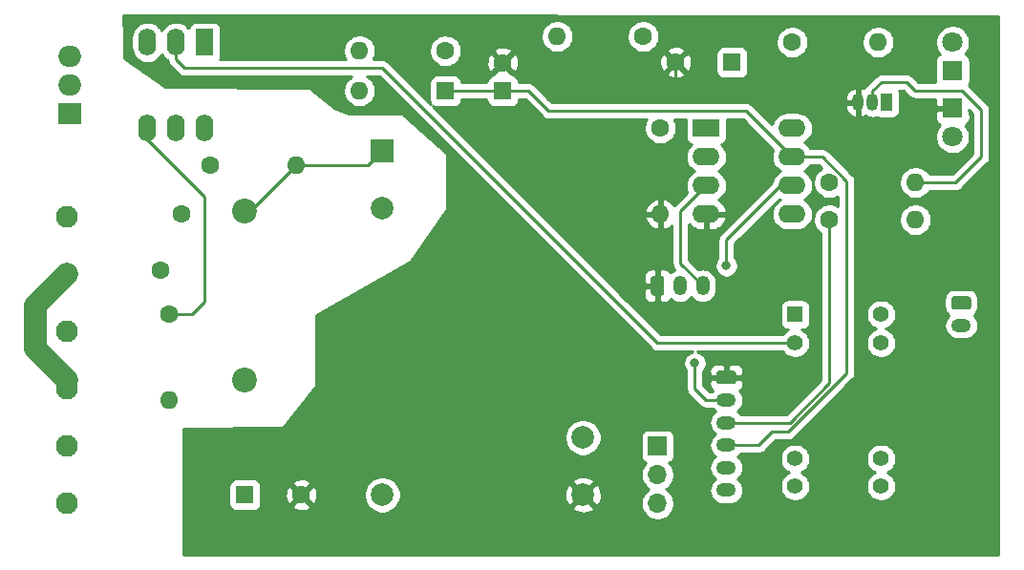
<source format=gbr>
%TF.GenerationSoftware,KiCad,Pcbnew,(5.1.10)-1*%
%TF.CreationDate,2021-11-25T21:10:27+00:00*%
%TF.ProjectId,vacSwitch,76616353-7769-4746-9368-2e6b69636164,rev?*%
%TF.SameCoordinates,Original*%
%TF.FileFunction,Copper,L2,Bot*%
%TF.FilePolarity,Positive*%
%FSLAX46Y46*%
G04 Gerber Fmt 4.6, Leading zero omitted, Abs format (unit mm)*
G04 Created by KiCad (PCBNEW (5.1.10)-1) date 2021-11-25 21:10:27*
%MOMM*%
%LPD*%
G01*
G04 APERTURE LIST*
%TA.AperFunction,ComponentPad*%
%ADD10R,1.600000X1.600000*%
%TD*%
%TA.AperFunction,ComponentPad*%
%ADD11C,1.600000*%
%TD*%
%TA.AperFunction,ComponentPad*%
%ADD12C,1.950000*%
%TD*%
%TA.AperFunction,ComponentPad*%
%ADD13O,1.750000X1.200000*%
%TD*%
%TA.AperFunction,ComponentPad*%
%ADD14C,2.200000*%
%TD*%
%TA.AperFunction,ComponentPad*%
%ADD15O,1.600000X1.600000*%
%TD*%
%TA.AperFunction,ComponentPad*%
%ADD16C,1.800000*%
%TD*%
%TA.AperFunction,ComponentPad*%
%ADD17R,1.800000X1.800000*%
%TD*%
%TA.AperFunction,ComponentPad*%
%ADD18R,2.000000X1.905000*%
%TD*%
%TA.AperFunction,ComponentPad*%
%ADD19O,2.000000X1.905000*%
%TD*%
%TA.AperFunction,ComponentPad*%
%ADD20O,1.200000X1.750000*%
%TD*%
%TA.AperFunction,ComponentPad*%
%ADD21R,1.700000X1.700000*%
%TD*%
%TA.AperFunction,ComponentPad*%
%ADD22O,1.700000X1.700000*%
%TD*%
%TA.AperFunction,ComponentPad*%
%ADD23C,1.400000*%
%TD*%
%TA.AperFunction,ComponentPad*%
%ADD24R,1.400000X1.400000*%
%TD*%
%TA.AperFunction,ComponentPad*%
%ADD25R,2.000000X2.000000*%
%TD*%
%TA.AperFunction,ComponentPad*%
%ADD26C,2.000000*%
%TD*%
%TA.AperFunction,ComponentPad*%
%ADD27O,1.050000X1.500000*%
%TD*%
%TA.AperFunction,ComponentPad*%
%ADD28R,1.050000X1.500000*%
%TD*%
%TA.AperFunction,ComponentPad*%
%ADD29R,2.400000X1.600000*%
%TD*%
%TA.AperFunction,ComponentPad*%
%ADD30O,2.400000X1.600000*%
%TD*%
%TA.AperFunction,ComponentPad*%
%ADD31R,1.600000X2.400000*%
%TD*%
%TA.AperFunction,ComponentPad*%
%ADD32O,1.600000X2.400000*%
%TD*%
%TA.AperFunction,ViaPad*%
%ADD33C,0.800000*%
%TD*%
%TA.AperFunction,Conductor*%
%ADD34C,0.250000*%
%TD*%
%TA.AperFunction,Conductor*%
%ADD35C,2.000000*%
%TD*%
%TA.AperFunction,Conductor*%
%ADD36C,0.254000*%
%TD*%
%TA.AperFunction,Conductor*%
%ADD37C,0.100000*%
%TD*%
G04 APERTURE END LIST*
D10*
%TO.P,C3,1*%
%TO.N,Net-(C3-Pad1)*%
X127000000Y-121285000D03*
D11*
%TO.P,C3,2*%
%TO.N,0V*%
X132000000Y-121285000D03*
%TD*%
D12*
%TO.P,J1,1*%
%TO.N,HOT*%
X111252000Y-96647000D03*
%TO.P,J1,2*%
%TO.N,NEUTRAL*%
X111252000Y-101727000D03*
%TO.P,J1,3*%
%TO.N,VAC*%
X111252000Y-106807000D03*
%TO.P,J1,4*%
%TO.N,NEUTRAL*%
X111252000Y-111887000D03*
%TO.P,J1,5*%
%TO.N,LOAD1*%
X111252000Y-116967000D03*
%TO.P,J1,6*%
%TO.N,LOAD*%
X111252000Y-122047000D03*
%TD*%
D13*
%TO.P,J3,6*%
%TO.N,+5V*%
X169672000Y-120871000D03*
%TO.P,J3,5*%
%TO.N,RESET*%
X169672000Y-118871000D03*
%TO.P,J3,4*%
%TO.N,SCL*%
X169672000Y-116871000D03*
%TO.P,J3,3*%
%TO.N,MOSI*%
X169672000Y-114871000D03*
%TO.P,J3,2*%
%TO.N,MISO*%
X169672000Y-112871000D03*
%TO.P,J3,1*%
%TO.N,0V*%
%TA.AperFunction,ComponentPad*%
G36*
G01*
X169046999Y-110271000D02*
X170297001Y-110271000D01*
G75*
G02*
X170547000Y-110520999I0J-249999D01*
G01*
X170547000Y-111221001D01*
G75*
G02*
X170297001Y-111471000I-249999J0D01*
G01*
X169046999Y-111471000D01*
G75*
G02*
X168797000Y-111221001I0J249999D01*
G01*
X168797000Y-110520999D01*
G75*
G02*
X169046999Y-110271000I249999J0D01*
G01*
G37*
%TD.AperFunction*%
%TD*%
D10*
%TO.P,C1,1*%
%TO.N,VCC*%
X170180000Y-82931000D03*
D11*
%TO.P,C1,2*%
%TO.N,0V*%
X165180000Y-82931000D03*
%TD*%
D10*
%TO.P,C4,1*%
%TO.N,SCL*%
X149860000Y-85471000D03*
D11*
%TO.P,C4,2*%
%TO.N,0V*%
X149860000Y-82971000D03*
%TD*%
D14*
%TO.P,C6,1*%
%TO.N,HOT*%
X127000000Y-96139000D03*
%TO.P,C6,2*%
%TO.N,VAC*%
X127000000Y-111139000D03*
%TD*%
D10*
%TO.P,D1,1*%
%TO.N,SCL*%
X144780000Y-85471000D03*
D15*
%TO.P,D1,2*%
%TO.N,Net-(D1-Pad2)*%
X137160000Y-85471000D03*
%TD*%
D16*
%TO.P,D6,2*%
%TO.N,Net-(D6-Pad2)*%
X189738000Y-81153000D03*
D17*
%TO.P,D6,1*%
%TO.N,Net-(D6-Pad1)*%
X189738000Y-83693000D03*
%TD*%
%TO.P,D7,1*%
%TO.N,0V*%
X189738000Y-86995000D03*
D16*
%TO.P,D7,2*%
%TO.N,Net-(D7-Pad2)*%
X189738000Y-89535000D03*
%TD*%
D18*
%TO.P,D9,1*%
%TO.N,VAC*%
X111506000Y-87503000D03*
D19*
%TO.P,D9,2*%
%TO.N,HOT*%
X111506000Y-84963000D03*
%TO.P,D9,3*%
%TO.N,Net-(D9-Pad3)*%
X111506000Y-82423000D03*
%TD*%
%TO.P,J2,1*%
%TO.N,0V*%
%TA.AperFunction,ComponentPad*%
G36*
G01*
X162976000Y-103368001D02*
X162976000Y-102117999D01*
G75*
G02*
X163225999Y-101868000I249999J0D01*
G01*
X163926001Y-101868000D01*
G75*
G02*
X164176000Y-102117999I0J-249999D01*
G01*
X164176000Y-103368001D01*
G75*
G02*
X163926001Y-103618000I-249999J0D01*
G01*
X163225999Y-103618000D01*
G75*
G02*
X162976000Y-103368001I0J249999D01*
G01*
G37*
%TD.AperFunction*%
D20*
%TO.P,J2,2*%
%TO.N,TX*%
X165576000Y-102743000D03*
%TO.P,J2,3*%
%TO.N,RX*%
X167576000Y-102743000D03*
%TD*%
%TO.P,J4,1*%
%TO.N,SW2*%
%TA.AperFunction,ComponentPad*%
G36*
G01*
X189874999Y-103667000D02*
X191125001Y-103667000D01*
G75*
G02*
X191375000Y-103916999I0J-249999D01*
G01*
X191375000Y-104617001D01*
G75*
G02*
X191125001Y-104867000I-249999J0D01*
G01*
X189874999Y-104867000D01*
G75*
G02*
X189625000Y-104617001I0J249999D01*
G01*
X189625000Y-103916999D01*
G75*
G02*
X189874999Y-103667000I249999J0D01*
G01*
G37*
%TD.AperFunction*%
D13*
%TO.P,J4,2*%
%TO.N,SW1*%
X190500000Y-106267000D03*
%TD*%
D21*
%TO.P,JP1,1*%
%TO.N,Net-(JP1-Pad1)*%
X163576000Y-116967000D03*
D22*
%TO.P,JP1,2*%
%TO.N,VCC*%
X163576000Y-119507000D03*
%TO.P,JP1,3*%
%TO.N,+5V*%
X163576000Y-122047000D03*
%TD*%
D23*
%TO.P,K1,13*%
%TO.N,N/C*%
X183388000Y-107823000D03*
%TO.P,K1,9*%
X183388000Y-118083000D03*
%TO.P,K1,6*%
%TO.N,VCC*%
X175768000Y-118083000D03*
%TO.P,K1,2*%
%TO.N,Net-(D6-Pad1)*%
X175768000Y-107823000D03*
D24*
%TO.P,K1,1*%
%TO.N,N/C*%
X175768000Y-105283000D03*
D23*
%TO.P,K1,8*%
%TO.N,SW1*%
X183388000Y-120523000D03*
%TO.P,K1,7*%
%TO.N,N/C*%
X175768000Y-120523000D03*
%TO.P,K1,14*%
%TO.N,SW2*%
X183388000Y-105283000D03*
%TD*%
D25*
%TO.P,PS1,1*%
%TO.N,HOT*%
X139192000Y-90805000D03*
D26*
%TO.P,PS1,2*%
%TO.N,NEUTRAL*%
X139192000Y-95885000D03*
%TO.P,PS1,4*%
%TO.N,0V*%
X156972000Y-121285000D03*
%TO.P,PS1,3*%
%TO.N,Net-(PS1-Pad3)*%
X139192000Y-121285000D03*
%TO.P,PS1,5*%
%TO.N,Net-(JP1-Pad1)*%
X156972000Y-116205000D03*
%TD*%
D27*
%TO.P,Q1,2*%
%TO.N,Net-(Q1-Pad2)*%
X182626000Y-86487000D03*
%TO.P,Q1,3*%
%TO.N,0V*%
X181356000Y-86487000D03*
D28*
%TO.P,Q1,1*%
%TO.N,Net-(D6-Pad1)*%
X183896000Y-86487000D03*
%TD*%
D15*
%TO.P,R3,2*%
%TO.N,0V*%
X163830000Y-96393000D03*
D11*
%TO.P,R3,1*%
%TO.N,RESET*%
X163830000Y-88773000D03*
%TD*%
%TO.P,R4,1*%
%TO.N,Net-(D1-Pad2)*%
X144780000Y-81915000D03*
D15*
%TO.P,R4,2*%
%TO.N,Net-(R4-Pad2)*%
X137160000Y-81915000D03*
%TD*%
D11*
%TO.P,R7,1*%
%TO.N,MOSI*%
X178816000Y-96901000D03*
D15*
%TO.P,R7,2*%
%TO.N,Net-(D7-Pad2)*%
X186436000Y-96901000D03*
%TD*%
%TO.P,R8,2*%
%TO.N,Net-(Q1-Pad2)*%
X186436000Y-93599000D03*
D11*
%TO.P,R8,1*%
%TO.N,MISO*%
X178816000Y-93599000D03*
%TD*%
D15*
%TO.P,R9,2*%
%TO.N,Net-(D6-Pad2)*%
X183134000Y-81153000D03*
D11*
%TO.P,R9,1*%
%TO.N,VCC*%
X175514000Y-81153000D03*
%TD*%
%TO.P,R10,1*%
%TO.N,VCC*%
X162306000Y-80645000D03*
D15*
%TO.P,R10,2*%
%TO.N,Net-(R10-Pad2)*%
X154686000Y-80645000D03*
%TD*%
D11*
%TO.P,R11,1*%
%TO.N,Net-(D9-Pad3)*%
X120269000Y-105283000D03*
D15*
%TO.P,R11,2*%
%TO.N,VAC*%
X120269000Y-112903000D03*
%TD*%
%TO.P,R12,2*%
%TO.N,HOT*%
X131572000Y-92075000D03*
D11*
%TO.P,R12,1*%
%TO.N,Net-(R12-Pad1)*%
X123952000Y-92075000D03*
%TD*%
%TO.P,RV1,1*%
%TO.N,HOT*%
X121412000Y-96393000D03*
%TO.P,RV1,2*%
%TO.N,NEUTRAL*%
X119512000Y-101393000D03*
%TD*%
D29*
%TO.P,U1,1*%
%TO.N,RESET*%
X167894000Y-88773000D03*
D30*
%TO.P,U1,5*%
%TO.N,MOSI*%
X175514000Y-96393000D03*
%TO.P,U1,2*%
%TO.N,TX*%
X167894000Y-91313000D03*
%TO.P,U1,6*%
%TO.N,MISO*%
X175514000Y-93853000D03*
%TO.P,U1,3*%
%TO.N,RX*%
X167894000Y-93853000D03*
%TO.P,U1,7*%
%TO.N,SCL*%
X175514000Y-91313000D03*
%TO.P,U1,4*%
%TO.N,0V*%
X167894000Y-96393000D03*
%TO.P,U1,8*%
%TO.N,VCC*%
X175514000Y-88773000D03*
%TD*%
D31*
%TO.P,U3,1*%
%TO.N,Net-(R10-Pad2)*%
X123444000Y-81153000D03*
D32*
%TO.P,U3,4*%
%TO.N,Net-(D9-Pad3)*%
X118364000Y-88773000D03*
%TO.P,U3,2*%
%TO.N,Net-(D6-Pad1)*%
X120904000Y-81153000D03*
%TO.P,U3,5*%
%TO.N,Net-(U3-Pad5)*%
X120904000Y-88773000D03*
%TO.P,U3,3*%
%TO.N,Net-(U3-Pad3)*%
X118364000Y-81153000D03*
%TO.P,U3,6*%
%TO.N,Net-(R12-Pad1)*%
X123444000Y-88773000D03*
%TD*%
D33*
%TO.N,MISO*%
X166878000Y-109601000D03*
X169672000Y-100965000D03*
%TD*%
D34*
%TO.N,0V*%
X189738000Y-86995000D02*
X187960000Y-86995000D01*
X187960000Y-86995000D02*
X185674000Y-89281000D01*
X181356000Y-87487000D02*
X181356000Y-86487000D01*
X183150000Y-89281000D02*
X181356000Y-87487000D01*
X185674000Y-89281000D02*
X183150000Y-89281000D01*
X181356000Y-86487000D02*
X165434000Y-86487000D01*
X165180000Y-86233000D02*
X165434000Y-86487000D01*
X165180000Y-82931000D02*
X165180000Y-86233000D01*
%TO.N,SCL*%
X175514000Y-91313000D02*
X171450000Y-87249000D01*
X153924000Y-87249000D02*
X152146000Y-85471000D01*
X171450000Y-87249000D02*
X153924000Y-87249000D01*
X169672000Y-116871000D02*
X172562000Y-116871000D01*
X172562000Y-116871000D02*
X173736000Y-115697000D01*
X175134410Y-115697000D02*
X180340000Y-110491410D01*
X173736000Y-115697000D02*
X175134410Y-115697000D01*
X178195002Y-91313000D02*
X175514000Y-91313000D01*
X180340000Y-93457998D02*
X178195002Y-91313000D01*
X180340000Y-110491410D02*
X180340000Y-93457998D01*
X152146000Y-85471000D02*
X149860000Y-85471000D01*
X144780000Y-85471000D02*
X149860000Y-85471000D01*
%TO.N,HOT*%
X126746000Y-96393000D02*
X127000000Y-96139000D01*
X137922000Y-92075000D02*
X139192000Y-90805000D01*
X131572000Y-92075000D02*
X137922000Y-92075000D01*
X127508000Y-96139000D02*
X127000000Y-96139000D01*
X131572000Y-92075000D02*
X127508000Y-96139000D01*
X121666000Y-96139000D02*
X121412000Y-96393000D01*
X111506000Y-96393000D02*
X111252000Y-96647000D01*
%TO.N,Net-(D6-Pad1)*%
X120904000Y-82677000D02*
X120904000Y-81153000D01*
X121666000Y-83439000D02*
X120904000Y-82677000D01*
X139192000Y-83439000D02*
X121666000Y-83439000D01*
X163576000Y-107823000D02*
X139192000Y-83439000D01*
X175768000Y-107823000D02*
X163576000Y-107823000D01*
%TO.N,Net-(D9-Pad3)*%
X123444000Y-94869000D02*
X123444000Y-98933000D01*
X118364000Y-89789000D02*
X123444000Y-94869000D01*
X123444000Y-98679000D02*
X123444000Y-98933000D01*
X122301000Y-105283000D02*
X120269000Y-105283000D01*
X123444000Y-104140000D02*
X122301000Y-105283000D01*
X123444000Y-98933000D02*
X123444000Y-104140000D01*
%TO.N,NEUTRAL*%
X111252000Y-111125000D02*
X111252000Y-111887000D01*
D35*
X111252000Y-101727000D02*
X108458000Y-104521000D01*
X108458000Y-104521000D02*
X108458000Y-108331000D01*
X108458000Y-108331000D02*
X111252000Y-111125000D01*
D34*
%TO.N,RX*%
X167576000Y-102743000D02*
X165608000Y-100775000D01*
X165608000Y-96139000D02*
X167894000Y-93853000D01*
X165608000Y-100775000D02*
X165608000Y-96139000D01*
%TO.N,MISO*%
X169672000Y-112871000D02*
X167862000Y-112871000D01*
X167862000Y-112871000D02*
X166878000Y-111887000D01*
X166878000Y-111887000D02*
X166878000Y-109601000D01*
X169672000Y-100965000D02*
X169672000Y-98679000D01*
X174498000Y-93853000D02*
X175514000Y-93853000D01*
X169672000Y-98679000D02*
X174498000Y-93853000D01*
%TO.N,MOSI*%
X169672000Y-114871000D02*
X175324000Y-114871000D01*
X178816000Y-111379000D02*
X178816000Y-96901000D01*
X175324000Y-114871000D02*
X178816000Y-111379000D01*
%TO.N,Net-(Q1-Pad2)*%
X182626000Y-85487000D02*
X182626000Y-86487000D01*
X185674000Y-84709000D02*
X183404000Y-84709000D01*
X186376999Y-85411999D02*
X185674000Y-84709000D01*
X190540001Y-85411999D02*
X186376999Y-85411999D01*
X192278000Y-87149998D02*
X190540001Y-85411999D01*
X192278000Y-91313000D02*
X192278000Y-87149998D01*
X183404000Y-84709000D02*
X182626000Y-85487000D01*
X189992000Y-93599000D02*
X192278000Y-91313000D01*
X186436000Y-93599000D02*
X189992000Y-93599000D01*
%TD*%
D36*
%TO.N,0V*%
X193802000Y-78866793D02*
X193802000Y-126619000D01*
X121539000Y-126619000D01*
X121539000Y-120485000D01*
X125561928Y-120485000D01*
X125561928Y-122085000D01*
X125574188Y-122209482D01*
X125610498Y-122329180D01*
X125669463Y-122439494D01*
X125748815Y-122536185D01*
X125845506Y-122615537D01*
X125955820Y-122674502D01*
X126075518Y-122710812D01*
X126200000Y-122723072D01*
X127800000Y-122723072D01*
X127924482Y-122710812D01*
X128044180Y-122674502D01*
X128154494Y-122615537D01*
X128251185Y-122536185D01*
X128330537Y-122439494D01*
X128389502Y-122329180D01*
X128405117Y-122277702D01*
X131186903Y-122277702D01*
X131258486Y-122521671D01*
X131513996Y-122642571D01*
X131788184Y-122711300D01*
X132070512Y-122725217D01*
X132350130Y-122683787D01*
X132616292Y-122588603D01*
X132741514Y-122521671D01*
X132813097Y-122277702D01*
X132000000Y-121464605D01*
X131186903Y-122277702D01*
X128405117Y-122277702D01*
X128425812Y-122209482D01*
X128438072Y-122085000D01*
X128438072Y-121355512D01*
X130559783Y-121355512D01*
X130601213Y-121635130D01*
X130696397Y-121901292D01*
X130763329Y-122026514D01*
X131007298Y-122098097D01*
X131820395Y-121285000D01*
X132179605Y-121285000D01*
X132992702Y-122098097D01*
X133236671Y-122026514D01*
X133357571Y-121771004D01*
X133426300Y-121496816D01*
X133440217Y-121214488D01*
X133426805Y-121123967D01*
X137557000Y-121123967D01*
X137557000Y-121446033D01*
X137619832Y-121761912D01*
X137743082Y-122059463D01*
X137922013Y-122327252D01*
X138149748Y-122554987D01*
X138417537Y-122733918D01*
X138715088Y-122857168D01*
X139030967Y-122920000D01*
X139353033Y-122920000D01*
X139668912Y-122857168D01*
X139966463Y-122733918D01*
X140234252Y-122554987D01*
X140368826Y-122420413D01*
X156016192Y-122420413D01*
X156111956Y-122684814D01*
X156401571Y-122825704D01*
X156713108Y-122907384D01*
X157034595Y-122926718D01*
X157353675Y-122882961D01*
X157658088Y-122777795D01*
X157832044Y-122684814D01*
X157927808Y-122420413D01*
X156972000Y-121464605D01*
X156016192Y-122420413D01*
X140368826Y-122420413D01*
X140461987Y-122327252D01*
X140640918Y-122059463D01*
X140764168Y-121761912D01*
X140827000Y-121446033D01*
X140827000Y-121347595D01*
X155330282Y-121347595D01*
X155374039Y-121666675D01*
X155479205Y-121971088D01*
X155572186Y-122145044D01*
X155836587Y-122240808D01*
X156792395Y-121285000D01*
X157151605Y-121285000D01*
X158107413Y-122240808D01*
X158371814Y-122145044D01*
X158512704Y-121855429D01*
X158594384Y-121543892D01*
X158613718Y-121222405D01*
X158569961Y-120903325D01*
X158464795Y-120598912D01*
X158371814Y-120424956D01*
X158107413Y-120329192D01*
X157151605Y-121285000D01*
X156792395Y-121285000D01*
X155836587Y-120329192D01*
X155572186Y-120424956D01*
X155431296Y-120714571D01*
X155349616Y-121026108D01*
X155330282Y-121347595D01*
X140827000Y-121347595D01*
X140827000Y-121123967D01*
X140764168Y-120808088D01*
X140640918Y-120510537D01*
X140461987Y-120242748D01*
X140368826Y-120149587D01*
X156016192Y-120149587D01*
X156972000Y-121105395D01*
X157927808Y-120149587D01*
X157832044Y-119885186D01*
X157542429Y-119744296D01*
X157230892Y-119662616D01*
X156909405Y-119643282D01*
X156590325Y-119687039D01*
X156285912Y-119792205D01*
X156111956Y-119885186D01*
X156016192Y-120149587D01*
X140368826Y-120149587D01*
X140234252Y-120015013D01*
X139966463Y-119836082D01*
X139668912Y-119712832D01*
X139353033Y-119650000D01*
X139030967Y-119650000D01*
X138715088Y-119712832D01*
X138417537Y-119836082D01*
X138149748Y-120015013D01*
X137922013Y-120242748D01*
X137743082Y-120510537D01*
X137619832Y-120808088D01*
X137557000Y-121123967D01*
X133426805Y-121123967D01*
X133398787Y-120934870D01*
X133303603Y-120668708D01*
X133236671Y-120543486D01*
X132992702Y-120471903D01*
X132179605Y-121285000D01*
X131820395Y-121285000D01*
X131007298Y-120471903D01*
X130763329Y-120543486D01*
X130642429Y-120798996D01*
X130573700Y-121073184D01*
X130559783Y-121355512D01*
X128438072Y-121355512D01*
X128438072Y-120485000D01*
X128425812Y-120360518D01*
X128405118Y-120292298D01*
X131186903Y-120292298D01*
X132000000Y-121105395D01*
X132813097Y-120292298D01*
X132741514Y-120048329D01*
X132486004Y-119927429D01*
X132211816Y-119858700D01*
X131929488Y-119844783D01*
X131649870Y-119886213D01*
X131383708Y-119981397D01*
X131258486Y-120048329D01*
X131186903Y-120292298D01*
X128405118Y-120292298D01*
X128389502Y-120240820D01*
X128330537Y-120130506D01*
X128251185Y-120033815D01*
X128154494Y-119954463D01*
X128044180Y-119895498D01*
X127924482Y-119859188D01*
X127800000Y-119846928D01*
X126200000Y-119846928D01*
X126075518Y-119859188D01*
X125955820Y-119895498D01*
X125845506Y-119954463D01*
X125748815Y-120033815D01*
X125669463Y-120130506D01*
X125610498Y-120240820D01*
X125574188Y-120360518D01*
X125561928Y-120485000D01*
X121539000Y-120485000D01*
X121539000Y-116043967D01*
X155337000Y-116043967D01*
X155337000Y-116366033D01*
X155399832Y-116681912D01*
X155523082Y-116979463D01*
X155702013Y-117247252D01*
X155929748Y-117474987D01*
X156197537Y-117653918D01*
X156495088Y-117777168D01*
X156810967Y-117840000D01*
X157133033Y-117840000D01*
X157448912Y-117777168D01*
X157746463Y-117653918D01*
X158014252Y-117474987D01*
X158241987Y-117247252D01*
X158420918Y-116979463D01*
X158544168Y-116681912D01*
X158607000Y-116366033D01*
X158607000Y-116117000D01*
X162087928Y-116117000D01*
X162087928Y-117817000D01*
X162100188Y-117941482D01*
X162136498Y-118061180D01*
X162195463Y-118171494D01*
X162274815Y-118268185D01*
X162371506Y-118347537D01*
X162481820Y-118406502D01*
X162554380Y-118428513D01*
X162422525Y-118560368D01*
X162260010Y-118803589D01*
X162148068Y-119073842D01*
X162091000Y-119360740D01*
X162091000Y-119653260D01*
X162148068Y-119940158D01*
X162260010Y-120210411D01*
X162422525Y-120453632D01*
X162629368Y-120660475D01*
X162803760Y-120777000D01*
X162629368Y-120893525D01*
X162422525Y-121100368D01*
X162260010Y-121343589D01*
X162148068Y-121613842D01*
X162091000Y-121900740D01*
X162091000Y-122193260D01*
X162148068Y-122480158D01*
X162260010Y-122750411D01*
X162422525Y-122993632D01*
X162629368Y-123200475D01*
X162872589Y-123362990D01*
X163142842Y-123474932D01*
X163429740Y-123532000D01*
X163722260Y-123532000D01*
X164009158Y-123474932D01*
X164279411Y-123362990D01*
X164522632Y-123200475D01*
X164729475Y-122993632D01*
X164891990Y-122750411D01*
X165003932Y-122480158D01*
X165061000Y-122193260D01*
X165061000Y-121900740D01*
X165003932Y-121613842D01*
X164891990Y-121343589D01*
X164729475Y-121100368D01*
X164522632Y-120893525D01*
X164348240Y-120777000D01*
X164522632Y-120660475D01*
X164729475Y-120453632D01*
X164891990Y-120210411D01*
X165003932Y-119940158D01*
X165061000Y-119653260D01*
X165061000Y-119360740D01*
X165003932Y-119073842D01*
X164891990Y-118803589D01*
X164729475Y-118560368D01*
X164597620Y-118428513D01*
X164670180Y-118406502D01*
X164780494Y-118347537D01*
X164877185Y-118268185D01*
X164956537Y-118171494D01*
X165015502Y-118061180D01*
X165051812Y-117941482D01*
X165064072Y-117817000D01*
X165064072Y-116117000D01*
X165051812Y-115992518D01*
X165015502Y-115872820D01*
X164956537Y-115762506D01*
X164877185Y-115665815D01*
X164780494Y-115586463D01*
X164670180Y-115527498D01*
X164550482Y-115491188D01*
X164426000Y-115478928D01*
X162726000Y-115478928D01*
X162601518Y-115491188D01*
X162481820Y-115527498D01*
X162371506Y-115586463D01*
X162274815Y-115665815D01*
X162195463Y-115762506D01*
X162136498Y-115872820D01*
X162100188Y-115992518D01*
X162087928Y-116117000D01*
X158607000Y-116117000D01*
X158607000Y-116043967D01*
X158544168Y-115728088D01*
X158420918Y-115430537D01*
X158241987Y-115162748D01*
X158014252Y-114935013D01*
X157746463Y-114756082D01*
X157448912Y-114632832D01*
X157133033Y-114570000D01*
X156810967Y-114570000D01*
X156495088Y-114632832D01*
X156197537Y-114756082D01*
X155929748Y-114935013D01*
X155702013Y-115162748D01*
X155523082Y-115430537D01*
X155399832Y-115728088D01*
X155337000Y-116043967D01*
X121539000Y-116043967D01*
X121539000Y-115441199D01*
X130303814Y-115315987D01*
X130328553Y-115313193D01*
X130352272Y-115305627D01*
X130374059Y-115293578D01*
X130393076Y-115277511D01*
X130401504Y-115267917D01*
X133322504Y-111584917D01*
X133335988Y-111563988D01*
X133345130Y-111540831D01*
X133350000Y-111506000D01*
X133350000Y-105356842D01*
X141540827Y-100694371D01*
X141561152Y-100679994D01*
X141581910Y-100657018D01*
X144883910Y-95958018D01*
X144896159Y-95936343D01*
X144903943Y-95912695D01*
X144907000Y-95885000D01*
X144907000Y-91059000D01*
X144904560Y-91034224D01*
X144897333Y-91010399D01*
X144885597Y-90988443D01*
X144864959Y-90964602D01*
X141054959Y-87535602D01*
X141034910Y-87520841D01*
X141012367Y-87510275D01*
X140988196Y-87504310D01*
X140970000Y-87503000D01*
X136168459Y-87503000D01*
X134939495Y-87011414D01*
X132795735Y-85245965D01*
X132775058Y-85232098D01*
X132752073Y-85222531D01*
X132716257Y-85217006D01*
X119928113Y-85090391D01*
X116329933Y-82608887D01*
X116269734Y-80682508D01*
X116929000Y-80682508D01*
X116929000Y-81623491D01*
X116949764Y-81834308D01*
X117031818Y-82104807D01*
X117165068Y-82354100D01*
X117344392Y-82572607D01*
X117562899Y-82751932D01*
X117812192Y-82885182D01*
X118082691Y-82967236D01*
X118364000Y-82994943D01*
X118645308Y-82967236D01*
X118915807Y-82885182D01*
X119165100Y-82751932D01*
X119383607Y-82572608D01*
X119562932Y-82354101D01*
X119634000Y-82221142D01*
X119705068Y-82354100D01*
X119884392Y-82572607D01*
X120102899Y-82751932D01*
X120150193Y-82777211D01*
X120154997Y-82825985D01*
X120197844Y-82967236D01*
X120198454Y-82969246D01*
X120269026Y-83101276D01*
X120306348Y-83146753D01*
X120363999Y-83217001D01*
X120393002Y-83240803D01*
X121102201Y-83950002D01*
X121125999Y-83979001D01*
X121241724Y-84073974D01*
X121373753Y-84144546D01*
X121517014Y-84188003D01*
X121628667Y-84199000D01*
X121628675Y-84199000D01*
X121666000Y-84202676D01*
X121703325Y-84199000D01*
X136481046Y-84199000D01*
X136480273Y-84199320D01*
X136245241Y-84356363D01*
X136045363Y-84556241D01*
X135888320Y-84791273D01*
X135780147Y-85052426D01*
X135725000Y-85329665D01*
X135725000Y-85612335D01*
X135780147Y-85889574D01*
X135888320Y-86150727D01*
X136045363Y-86385759D01*
X136245241Y-86585637D01*
X136480273Y-86742680D01*
X136741426Y-86850853D01*
X137018665Y-86906000D01*
X137301335Y-86906000D01*
X137578574Y-86850853D01*
X137839727Y-86742680D01*
X138074759Y-86585637D01*
X138274637Y-86385759D01*
X138431680Y-86150727D01*
X138539853Y-85889574D01*
X138595000Y-85612335D01*
X138595000Y-85329665D01*
X138539853Y-85052426D01*
X138431680Y-84791273D01*
X138274637Y-84556241D01*
X138074759Y-84356363D01*
X137839727Y-84199320D01*
X137838954Y-84199000D01*
X138877199Y-84199000D01*
X163012201Y-108334003D01*
X163035999Y-108363001D01*
X163064997Y-108386799D01*
X163151724Y-108457974D01*
X163283753Y-108528546D01*
X163427014Y-108572003D01*
X163576000Y-108586677D01*
X163613333Y-108583000D01*
X166690596Y-108583000D01*
X166576102Y-108605774D01*
X166387744Y-108683795D01*
X166218226Y-108797063D01*
X166074063Y-108941226D01*
X165960795Y-109110744D01*
X165882774Y-109299102D01*
X165843000Y-109499061D01*
X165843000Y-109702939D01*
X165882774Y-109902898D01*
X165960795Y-110091256D01*
X166074063Y-110260774D01*
X166118001Y-110304712D01*
X166118000Y-111849677D01*
X166114324Y-111887000D01*
X166118000Y-111924322D01*
X166118000Y-111924332D01*
X166128997Y-112035985D01*
X166155088Y-112121997D01*
X166172454Y-112179246D01*
X166243026Y-112311276D01*
X166282871Y-112359826D01*
X166337999Y-112427001D01*
X166367002Y-112450804D01*
X167298201Y-113382003D01*
X167321999Y-113411001D01*
X167350997Y-113434799D01*
X167437723Y-113505974D01*
X167539638Y-113560449D01*
X167569753Y-113576546D01*
X167713014Y-113620003D01*
X167824667Y-113631000D01*
X167824676Y-113631000D01*
X167861999Y-113634676D01*
X167899322Y-113631000D01*
X168423067Y-113631000D01*
X168519498Y-113748502D01*
X168668762Y-113871000D01*
X168519498Y-113993498D01*
X168365167Y-114181551D01*
X168250489Y-114396099D01*
X168179870Y-114628898D01*
X168156025Y-114871000D01*
X168179870Y-115113102D01*
X168250489Y-115345901D01*
X168365167Y-115560449D01*
X168519498Y-115748502D01*
X168668762Y-115871000D01*
X168519498Y-115993498D01*
X168365167Y-116181551D01*
X168250489Y-116396099D01*
X168179870Y-116628898D01*
X168156025Y-116871000D01*
X168179870Y-117113102D01*
X168250489Y-117345901D01*
X168365167Y-117560449D01*
X168519498Y-117748502D01*
X168668762Y-117871000D01*
X168519498Y-117993498D01*
X168365167Y-118181551D01*
X168250489Y-118396099D01*
X168179870Y-118628898D01*
X168156025Y-118871000D01*
X168179870Y-119113102D01*
X168250489Y-119345901D01*
X168365167Y-119560449D01*
X168519498Y-119748502D01*
X168668762Y-119871000D01*
X168519498Y-119993498D01*
X168365167Y-120181551D01*
X168250489Y-120396099D01*
X168179870Y-120628898D01*
X168156025Y-120871000D01*
X168179870Y-121113102D01*
X168250489Y-121345901D01*
X168365167Y-121560449D01*
X168519498Y-121748502D01*
X168707551Y-121902833D01*
X168922099Y-122017511D01*
X169154898Y-122088130D01*
X169336335Y-122106000D01*
X170007665Y-122106000D01*
X170189102Y-122088130D01*
X170421901Y-122017511D01*
X170636449Y-121902833D01*
X170824502Y-121748502D01*
X170978833Y-121560449D01*
X171093511Y-121345901D01*
X171164130Y-121113102D01*
X171187975Y-120871000D01*
X171164130Y-120628898D01*
X171093511Y-120396099D01*
X170978833Y-120181551D01*
X170824502Y-119993498D01*
X170675238Y-119871000D01*
X170824502Y-119748502D01*
X170978833Y-119560449D01*
X171093511Y-119345901D01*
X171164130Y-119113102D01*
X171187975Y-118871000D01*
X171164130Y-118628898D01*
X171093511Y-118396099D01*
X170978833Y-118181551D01*
X170824502Y-117993498D01*
X170773345Y-117951514D01*
X174433000Y-117951514D01*
X174433000Y-118214486D01*
X174484304Y-118472405D01*
X174584939Y-118715359D01*
X174731038Y-118934013D01*
X174916987Y-119119962D01*
X175135641Y-119266061D01*
X175224819Y-119303000D01*
X175135641Y-119339939D01*
X174916987Y-119486038D01*
X174731038Y-119671987D01*
X174584939Y-119890641D01*
X174484304Y-120133595D01*
X174433000Y-120391514D01*
X174433000Y-120654486D01*
X174484304Y-120912405D01*
X174584939Y-121155359D01*
X174731038Y-121374013D01*
X174916987Y-121559962D01*
X175135641Y-121706061D01*
X175378595Y-121806696D01*
X175636514Y-121858000D01*
X175899486Y-121858000D01*
X176157405Y-121806696D01*
X176400359Y-121706061D01*
X176619013Y-121559962D01*
X176804962Y-121374013D01*
X176951061Y-121155359D01*
X177051696Y-120912405D01*
X177103000Y-120654486D01*
X177103000Y-120391514D01*
X177051696Y-120133595D01*
X176951061Y-119890641D01*
X176804962Y-119671987D01*
X176619013Y-119486038D01*
X176400359Y-119339939D01*
X176311181Y-119303000D01*
X176400359Y-119266061D01*
X176619013Y-119119962D01*
X176804962Y-118934013D01*
X176951061Y-118715359D01*
X177051696Y-118472405D01*
X177103000Y-118214486D01*
X177103000Y-117951514D01*
X182053000Y-117951514D01*
X182053000Y-118214486D01*
X182104304Y-118472405D01*
X182204939Y-118715359D01*
X182351038Y-118934013D01*
X182536987Y-119119962D01*
X182755641Y-119266061D01*
X182844819Y-119303000D01*
X182755641Y-119339939D01*
X182536987Y-119486038D01*
X182351038Y-119671987D01*
X182204939Y-119890641D01*
X182104304Y-120133595D01*
X182053000Y-120391514D01*
X182053000Y-120654486D01*
X182104304Y-120912405D01*
X182204939Y-121155359D01*
X182351038Y-121374013D01*
X182536987Y-121559962D01*
X182755641Y-121706061D01*
X182998595Y-121806696D01*
X183256514Y-121858000D01*
X183519486Y-121858000D01*
X183777405Y-121806696D01*
X184020359Y-121706061D01*
X184239013Y-121559962D01*
X184424962Y-121374013D01*
X184571061Y-121155359D01*
X184671696Y-120912405D01*
X184723000Y-120654486D01*
X184723000Y-120391514D01*
X184671696Y-120133595D01*
X184571061Y-119890641D01*
X184424962Y-119671987D01*
X184239013Y-119486038D01*
X184020359Y-119339939D01*
X183931181Y-119303000D01*
X184020359Y-119266061D01*
X184239013Y-119119962D01*
X184424962Y-118934013D01*
X184571061Y-118715359D01*
X184671696Y-118472405D01*
X184723000Y-118214486D01*
X184723000Y-117951514D01*
X184671696Y-117693595D01*
X184571061Y-117450641D01*
X184424962Y-117231987D01*
X184239013Y-117046038D01*
X184020359Y-116899939D01*
X183777405Y-116799304D01*
X183519486Y-116748000D01*
X183256514Y-116748000D01*
X182998595Y-116799304D01*
X182755641Y-116899939D01*
X182536987Y-117046038D01*
X182351038Y-117231987D01*
X182204939Y-117450641D01*
X182104304Y-117693595D01*
X182053000Y-117951514D01*
X177103000Y-117951514D01*
X177051696Y-117693595D01*
X176951061Y-117450641D01*
X176804962Y-117231987D01*
X176619013Y-117046038D01*
X176400359Y-116899939D01*
X176157405Y-116799304D01*
X175899486Y-116748000D01*
X175636514Y-116748000D01*
X175378595Y-116799304D01*
X175135641Y-116899939D01*
X174916987Y-117046038D01*
X174731038Y-117231987D01*
X174584939Y-117450641D01*
X174484304Y-117693595D01*
X174433000Y-117951514D01*
X170773345Y-117951514D01*
X170675238Y-117871000D01*
X170824502Y-117748502D01*
X170920933Y-117631000D01*
X172524678Y-117631000D01*
X172562000Y-117634676D01*
X172599322Y-117631000D01*
X172599333Y-117631000D01*
X172710986Y-117620003D01*
X172854247Y-117576546D01*
X172986276Y-117505974D01*
X173102001Y-117411001D01*
X173125804Y-117381997D01*
X174050802Y-116457000D01*
X175097088Y-116457000D01*
X175134410Y-116460676D01*
X175171732Y-116457000D01*
X175171743Y-116457000D01*
X175283396Y-116446003D01*
X175426657Y-116402546D01*
X175558686Y-116331974D01*
X175674411Y-116237001D01*
X175698214Y-116207997D01*
X180851004Y-111055208D01*
X180880001Y-111031411D01*
X180931945Y-110968117D01*
X180974974Y-110915687D01*
X181045546Y-110783657D01*
X181045546Y-110783656D01*
X181089003Y-110640396D01*
X181100000Y-110528743D01*
X181100000Y-110528733D01*
X181103676Y-110491410D01*
X181100000Y-110454087D01*
X181100000Y-105151514D01*
X182053000Y-105151514D01*
X182053000Y-105414486D01*
X182104304Y-105672405D01*
X182204939Y-105915359D01*
X182351038Y-106134013D01*
X182536987Y-106319962D01*
X182755641Y-106466061D01*
X182965530Y-106553000D01*
X182755641Y-106639939D01*
X182536987Y-106786038D01*
X182351038Y-106971987D01*
X182204939Y-107190641D01*
X182104304Y-107433595D01*
X182053000Y-107691514D01*
X182053000Y-107954486D01*
X182104304Y-108212405D01*
X182204939Y-108455359D01*
X182351038Y-108674013D01*
X182536987Y-108859962D01*
X182755641Y-109006061D01*
X182998595Y-109106696D01*
X183256514Y-109158000D01*
X183519486Y-109158000D01*
X183777405Y-109106696D01*
X184020359Y-109006061D01*
X184239013Y-108859962D01*
X184424962Y-108674013D01*
X184571061Y-108455359D01*
X184671696Y-108212405D01*
X184723000Y-107954486D01*
X184723000Y-107691514D01*
X184671696Y-107433595D01*
X184571061Y-107190641D01*
X184424962Y-106971987D01*
X184239013Y-106786038D01*
X184020359Y-106639939D01*
X183810470Y-106553000D01*
X184020359Y-106466061D01*
X184239013Y-106319962D01*
X184291975Y-106267000D01*
X188984025Y-106267000D01*
X189007870Y-106509102D01*
X189078489Y-106741901D01*
X189193167Y-106956449D01*
X189347498Y-107144502D01*
X189535551Y-107298833D01*
X189750099Y-107413511D01*
X189982898Y-107484130D01*
X190164335Y-107502000D01*
X190835665Y-107502000D01*
X191017102Y-107484130D01*
X191249901Y-107413511D01*
X191464449Y-107298833D01*
X191652502Y-107144502D01*
X191806833Y-106956449D01*
X191921511Y-106741901D01*
X191992130Y-106509102D01*
X192015975Y-106267000D01*
X191992130Y-106024898D01*
X191921511Y-105792099D01*
X191806833Y-105577551D01*
X191652502Y-105389498D01*
X191613889Y-105357809D01*
X191618387Y-105355405D01*
X191752962Y-105244962D01*
X191863405Y-105110387D01*
X191945472Y-104956851D01*
X191996008Y-104790255D01*
X192013072Y-104617001D01*
X192013072Y-103916999D01*
X191996008Y-103743745D01*
X191945472Y-103577149D01*
X191863405Y-103423613D01*
X191752962Y-103289038D01*
X191618387Y-103178595D01*
X191464851Y-103096528D01*
X191298255Y-103045992D01*
X191125001Y-103028928D01*
X189874999Y-103028928D01*
X189701745Y-103045992D01*
X189535149Y-103096528D01*
X189381613Y-103178595D01*
X189247038Y-103289038D01*
X189136595Y-103423613D01*
X189054528Y-103577149D01*
X189003992Y-103743745D01*
X188986928Y-103916999D01*
X188986928Y-104617001D01*
X189003992Y-104790255D01*
X189054528Y-104956851D01*
X189136595Y-105110387D01*
X189247038Y-105244962D01*
X189381613Y-105355405D01*
X189386111Y-105357809D01*
X189347498Y-105389498D01*
X189193167Y-105577551D01*
X189078489Y-105792099D01*
X189007870Y-106024898D01*
X188984025Y-106267000D01*
X184291975Y-106267000D01*
X184424962Y-106134013D01*
X184571061Y-105915359D01*
X184671696Y-105672405D01*
X184723000Y-105414486D01*
X184723000Y-105151514D01*
X184671696Y-104893595D01*
X184571061Y-104650641D01*
X184424962Y-104431987D01*
X184239013Y-104246038D01*
X184020359Y-104099939D01*
X183777405Y-103999304D01*
X183519486Y-103948000D01*
X183256514Y-103948000D01*
X182998595Y-103999304D01*
X182755641Y-104099939D01*
X182536987Y-104246038D01*
X182351038Y-104431987D01*
X182204939Y-104650641D01*
X182104304Y-104893595D01*
X182053000Y-105151514D01*
X181100000Y-105151514D01*
X181100000Y-96759665D01*
X185001000Y-96759665D01*
X185001000Y-97042335D01*
X185056147Y-97319574D01*
X185164320Y-97580727D01*
X185321363Y-97815759D01*
X185521241Y-98015637D01*
X185756273Y-98172680D01*
X186017426Y-98280853D01*
X186294665Y-98336000D01*
X186577335Y-98336000D01*
X186854574Y-98280853D01*
X187115727Y-98172680D01*
X187350759Y-98015637D01*
X187550637Y-97815759D01*
X187707680Y-97580727D01*
X187815853Y-97319574D01*
X187871000Y-97042335D01*
X187871000Y-96759665D01*
X187815853Y-96482426D01*
X187707680Y-96221273D01*
X187550637Y-95986241D01*
X187350759Y-95786363D01*
X187115727Y-95629320D01*
X186854574Y-95521147D01*
X186577335Y-95466000D01*
X186294665Y-95466000D01*
X186017426Y-95521147D01*
X185756273Y-95629320D01*
X185521241Y-95786363D01*
X185321363Y-95986241D01*
X185164320Y-96221273D01*
X185056147Y-96482426D01*
X185001000Y-96759665D01*
X181100000Y-96759665D01*
X181100000Y-93495320D01*
X181103676Y-93457997D01*
X181100000Y-93420674D01*
X181100000Y-93420665D01*
X181089003Y-93309012D01*
X181045546Y-93165751D01*
X180974974Y-93033722D01*
X180880001Y-92917997D01*
X180851003Y-92894199D01*
X178758806Y-90802003D01*
X178735003Y-90772999D01*
X178619278Y-90678026D01*
X178487249Y-90607454D01*
X178343988Y-90563997D01*
X178232335Y-90553000D01*
X178232324Y-90553000D01*
X178195002Y-90549324D01*
X178157680Y-90553000D01*
X177134901Y-90553000D01*
X177112932Y-90511899D01*
X176933608Y-90293392D01*
X176715101Y-90114068D01*
X176582142Y-90043000D01*
X176715101Y-89971932D01*
X176933608Y-89792608D01*
X177112932Y-89574101D01*
X177246182Y-89324808D01*
X177328236Y-89054309D01*
X177355943Y-88773000D01*
X177328236Y-88491691D01*
X177246182Y-88221192D01*
X177112932Y-87971899D01*
X176933608Y-87753392D01*
X176715101Y-87574068D01*
X176465808Y-87440818D01*
X176195309Y-87358764D01*
X175984492Y-87338000D01*
X175043508Y-87338000D01*
X174832691Y-87358764D01*
X174562192Y-87440818D01*
X174312899Y-87574068D01*
X174094392Y-87753392D01*
X173915068Y-87971899D01*
X173781818Y-88221192D01*
X173715527Y-88439726D01*
X172073308Y-86797507D01*
X180189669Y-86797507D01*
X180228761Y-87023404D01*
X180311172Y-87237334D01*
X180433736Y-87431076D01*
X180591742Y-87597184D01*
X180779118Y-87729275D01*
X180988663Y-87822272D01*
X181050190Y-87830964D01*
X181229000Y-87705163D01*
X181229000Y-86614000D01*
X180349402Y-86614000D01*
X180189669Y-86797507D01*
X172073308Y-86797507D01*
X172013804Y-86738003D01*
X171990001Y-86708999D01*
X171874276Y-86614026D01*
X171742247Y-86543454D01*
X171598986Y-86499997D01*
X171487333Y-86489000D01*
X171487322Y-86489000D01*
X171450000Y-86485324D01*
X171412678Y-86489000D01*
X154238802Y-86489000D01*
X153926295Y-86176493D01*
X180189669Y-86176493D01*
X180349402Y-86360000D01*
X181229000Y-86360000D01*
X181229000Y-86205021D01*
X181466000Y-86205021D01*
X181466000Y-86768978D01*
X181482785Y-86939399D01*
X181483000Y-86940108D01*
X181483000Y-87705163D01*
X181661810Y-87830964D01*
X181723337Y-87822272D01*
X181932882Y-87729275D01*
X181991331Y-87688071D01*
X182179940Y-87788885D01*
X182398600Y-87855215D01*
X182626000Y-87877612D01*
X182853399Y-87855215D01*
X183062098Y-87791907D01*
X183126820Y-87826502D01*
X183246518Y-87862812D01*
X183371000Y-87875072D01*
X184421000Y-87875072D01*
X184545482Y-87862812D01*
X184665180Y-87826502D01*
X184775494Y-87767537D01*
X184872185Y-87688185D01*
X184951537Y-87591494D01*
X185010502Y-87481180D01*
X185046812Y-87361482D01*
X185059072Y-87237000D01*
X185059072Y-85737000D01*
X185046812Y-85612518D01*
X185010502Y-85492820D01*
X184997770Y-85469000D01*
X185359199Y-85469000D01*
X185813200Y-85923001D01*
X185836998Y-85952000D01*
X185952723Y-86046973D01*
X186084752Y-86117545D01*
X186228013Y-86161002D01*
X186339666Y-86171999D01*
X186339674Y-86171999D01*
X186376999Y-86175675D01*
X186414324Y-86171999D01*
X188200313Y-86171999D01*
X188203000Y-86709250D01*
X188361750Y-86868000D01*
X189611000Y-86868000D01*
X189611000Y-86848000D01*
X189865000Y-86848000D01*
X189865000Y-86868000D01*
X189885000Y-86868000D01*
X189885000Y-87122000D01*
X189865000Y-87122000D01*
X189865000Y-87142000D01*
X189611000Y-87142000D01*
X189611000Y-87122000D01*
X188361750Y-87122000D01*
X188203000Y-87280750D01*
X188199928Y-87895000D01*
X188212188Y-88019482D01*
X188248498Y-88139180D01*
X188307463Y-88249494D01*
X188386815Y-88346185D01*
X188483506Y-88425537D01*
X188593820Y-88484502D01*
X188612127Y-88490056D01*
X188545688Y-88556495D01*
X188377701Y-88807905D01*
X188261989Y-89087257D01*
X188203000Y-89383816D01*
X188203000Y-89686184D01*
X188261989Y-89982743D01*
X188377701Y-90262095D01*
X188545688Y-90513505D01*
X188759495Y-90727312D01*
X189010905Y-90895299D01*
X189290257Y-91011011D01*
X189586816Y-91070000D01*
X189889184Y-91070000D01*
X190185743Y-91011011D01*
X190465095Y-90895299D01*
X190716505Y-90727312D01*
X190930312Y-90513505D01*
X191098299Y-90262095D01*
X191214011Y-89982743D01*
X191273000Y-89686184D01*
X191273000Y-89383816D01*
X191214011Y-89087257D01*
X191098299Y-88807905D01*
X190930312Y-88556495D01*
X190863873Y-88490056D01*
X190882180Y-88484502D01*
X190992494Y-88425537D01*
X191089185Y-88346185D01*
X191168537Y-88249494D01*
X191227502Y-88139180D01*
X191263812Y-88019482D01*
X191276072Y-87895000D01*
X191273000Y-87280750D01*
X191114252Y-87122002D01*
X191175202Y-87122002D01*
X191518001Y-87464801D01*
X191518000Y-90998198D01*
X189677199Y-92839000D01*
X187654043Y-92839000D01*
X187550637Y-92684241D01*
X187350759Y-92484363D01*
X187115727Y-92327320D01*
X186854574Y-92219147D01*
X186577335Y-92164000D01*
X186294665Y-92164000D01*
X186017426Y-92219147D01*
X185756273Y-92327320D01*
X185521241Y-92484363D01*
X185321363Y-92684241D01*
X185164320Y-92919273D01*
X185056147Y-93180426D01*
X185001000Y-93457665D01*
X185001000Y-93740335D01*
X185056147Y-94017574D01*
X185164320Y-94278727D01*
X185321363Y-94513759D01*
X185521241Y-94713637D01*
X185756273Y-94870680D01*
X186017426Y-94978853D01*
X186294665Y-95034000D01*
X186577335Y-95034000D01*
X186854574Y-94978853D01*
X187115727Y-94870680D01*
X187350759Y-94713637D01*
X187550637Y-94513759D01*
X187654043Y-94359000D01*
X189954678Y-94359000D01*
X189992000Y-94362676D01*
X190029322Y-94359000D01*
X190029333Y-94359000D01*
X190140986Y-94348003D01*
X190284247Y-94304546D01*
X190416276Y-94233974D01*
X190532001Y-94139001D01*
X190555804Y-94109997D01*
X192789004Y-91876798D01*
X192818001Y-91853001D01*
X192912974Y-91737276D01*
X192983546Y-91605247D01*
X193027003Y-91461986D01*
X193038000Y-91350333D01*
X193038000Y-91350324D01*
X193041676Y-91313001D01*
X193038000Y-91275678D01*
X193038000Y-87187323D01*
X193041676Y-87149998D01*
X193038000Y-87112673D01*
X193038000Y-87112665D01*
X193027003Y-87001012D01*
X192983546Y-86857751D01*
X192912974Y-86725722D01*
X192818001Y-86609997D01*
X192789003Y-86586199D01*
X191160315Y-84957512D01*
X191168537Y-84947494D01*
X191227502Y-84837180D01*
X191263812Y-84717482D01*
X191276072Y-84593000D01*
X191276072Y-82793000D01*
X191263812Y-82668518D01*
X191227502Y-82548820D01*
X191168537Y-82438506D01*
X191089185Y-82341815D01*
X190992494Y-82262463D01*
X190882180Y-82203498D01*
X190863873Y-82197944D01*
X190930312Y-82131505D01*
X191098299Y-81880095D01*
X191214011Y-81600743D01*
X191273000Y-81304184D01*
X191273000Y-81001816D01*
X191214011Y-80705257D01*
X191098299Y-80425905D01*
X190930312Y-80174495D01*
X190716505Y-79960688D01*
X190465095Y-79792701D01*
X190185743Y-79676989D01*
X189889184Y-79618000D01*
X189586816Y-79618000D01*
X189290257Y-79676989D01*
X189010905Y-79792701D01*
X188759495Y-79960688D01*
X188545688Y-80174495D01*
X188377701Y-80425905D01*
X188261989Y-80705257D01*
X188203000Y-81001816D01*
X188203000Y-81304184D01*
X188261989Y-81600743D01*
X188377701Y-81880095D01*
X188545688Y-82131505D01*
X188612127Y-82197944D01*
X188593820Y-82203498D01*
X188483506Y-82262463D01*
X188386815Y-82341815D01*
X188307463Y-82438506D01*
X188248498Y-82548820D01*
X188212188Y-82668518D01*
X188199928Y-82793000D01*
X188199928Y-84593000D01*
X188205739Y-84651999D01*
X186691801Y-84651999D01*
X186237803Y-84198002D01*
X186214001Y-84168999D01*
X186098276Y-84074026D01*
X185966247Y-84003454D01*
X185822986Y-83959997D01*
X185711333Y-83949000D01*
X185711322Y-83949000D01*
X185674000Y-83945324D01*
X185636678Y-83949000D01*
X183441322Y-83949000D01*
X183403999Y-83945324D01*
X183366676Y-83949000D01*
X183366667Y-83949000D01*
X183255014Y-83959997D01*
X183113912Y-84002799D01*
X183111753Y-84003454D01*
X182979723Y-84074026D01*
X182898770Y-84140463D01*
X182863999Y-84168999D01*
X182840201Y-84197998D01*
X182115002Y-84923197D01*
X182085999Y-84946999D01*
X182052578Y-84987723D01*
X181991026Y-85062724D01*
X181948098Y-85143036D01*
X181920454Y-85194754D01*
X181908569Y-85233935D01*
X181723337Y-85151728D01*
X181661810Y-85143036D01*
X181483000Y-85268837D01*
X181483000Y-86033891D01*
X181482785Y-86034600D01*
X181466000Y-86205021D01*
X181229000Y-86205021D01*
X181229000Y-85268837D01*
X181050190Y-85143036D01*
X180988663Y-85151728D01*
X180779118Y-85244725D01*
X180591742Y-85376816D01*
X180433736Y-85542924D01*
X180311172Y-85736666D01*
X180228761Y-85950596D01*
X180189669Y-86176493D01*
X153926295Y-86176493D01*
X152709804Y-84960003D01*
X152686001Y-84930999D01*
X152570276Y-84836026D01*
X152438247Y-84765454D01*
X152294986Y-84721997D01*
X152183333Y-84711000D01*
X152183322Y-84711000D01*
X152146000Y-84707324D01*
X152108678Y-84711000D01*
X151298072Y-84711000D01*
X151298072Y-84671000D01*
X151285812Y-84546518D01*
X151249502Y-84426820D01*
X151190537Y-84316506D01*
X151111185Y-84219815D01*
X151014494Y-84140463D01*
X150904180Y-84081498D01*
X150784482Y-84045188D01*
X150660000Y-84032928D01*
X150652785Y-84032928D01*
X150673097Y-83963702D01*
X150633097Y-83923702D01*
X164366903Y-83923702D01*
X164438486Y-84167671D01*
X164693996Y-84288571D01*
X164968184Y-84357300D01*
X165250512Y-84371217D01*
X165530130Y-84329787D01*
X165796292Y-84234603D01*
X165921514Y-84167671D01*
X165993097Y-83923702D01*
X165180000Y-83110605D01*
X164366903Y-83923702D01*
X150633097Y-83923702D01*
X149860000Y-83150605D01*
X149046903Y-83963702D01*
X149067215Y-84032928D01*
X149060000Y-84032928D01*
X148935518Y-84045188D01*
X148815820Y-84081498D01*
X148705506Y-84140463D01*
X148608815Y-84219815D01*
X148529463Y-84316506D01*
X148470498Y-84426820D01*
X148434188Y-84546518D01*
X148421928Y-84671000D01*
X148421928Y-84711000D01*
X146218072Y-84711000D01*
X146218072Y-84671000D01*
X146205812Y-84546518D01*
X146169502Y-84426820D01*
X146110537Y-84316506D01*
X146031185Y-84219815D01*
X145934494Y-84140463D01*
X145824180Y-84081498D01*
X145704482Y-84045188D01*
X145580000Y-84032928D01*
X143980000Y-84032928D01*
X143855518Y-84045188D01*
X143735820Y-84081498D01*
X143625506Y-84140463D01*
X143528815Y-84219815D01*
X143449463Y-84316506D01*
X143390498Y-84426820D01*
X143354188Y-84546518D01*
X143341928Y-84671000D01*
X143341928Y-86271000D01*
X143354188Y-86395482D01*
X143390498Y-86515180D01*
X143445062Y-86617261D01*
X139755804Y-82928003D01*
X139732001Y-82898999D01*
X139616276Y-82804026D01*
X139484247Y-82733454D01*
X139340986Y-82689997D01*
X139229333Y-82679000D01*
X139229322Y-82679000D01*
X139192000Y-82675324D01*
X139154678Y-82679000D01*
X138375371Y-82679000D01*
X138431680Y-82594727D01*
X138539853Y-82333574D01*
X138595000Y-82056335D01*
X138595000Y-81773665D01*
X143345000Y-81773665D01*
X143345000Y-82056335D01*
X143400147Y-82333574D01*
X143508320Y-82594727D01*
X143665363Y-82829759D01*
X143865241Y-83029637D01*
X144100273Y-83186680D01*
X144361426Y-83294853D01*
X144638665Y-83350000D01*
X144921335Y-83350000D01*
X145198574Y-83294853D01*
X145459727Y-83186680D01*
X145676986Y-83041512D01*
X148419783Y-83041512D01*
X148461213Y-83321130D01*
X148556397Y-83587292D01*
X148623329Y-83712514D01*
X148867298Y-83784097D01*
X149680395Y-82971000D01*
X150039605Y-82971000D01*
X150852702Y-83784097D01*
X151096671Y-83712514D01*
X151217571Y-83457004D01*
X151286300Y-83182816D01*
X151295237Y-83001512D01*
X163739783Y-83001512D01*
X163781213Y-83281130D01*
X163876397Y-83547292D01*
X163943329Y-83672514D01*
X164187298Y-83744097D01*
X165000395Y-82931000D01*
X165359605Y-82931000D01*
X166172702Y-83744097D01*
X166416671Y-83672514D01*
X166537571Y-83417004D01*
X166606300Y-83142816D01*
X166620217Y-82860488D01*
X166578787Y-82580870D01*
X166483603Y-82314708D01*
X166416671Y-82189486D01*
X166217340Y-82131000D01*
X168741928Y-82131000D01*
X168741928Y-83731000D01*
X168754188Y-83855482D01*
X168790498Y-83975180D01*
X168849463Y-84085494D01*
X168928815Y-84182185D01*
X169025506Y-84261537D01*
X169135820Y-84320502D01*
X169255518Y-84356812D01*
X169380000Y-84369072D01*
X170980000Y-84369072D01*
X171104482Y-84356812D01*
X171224180Y-84320502D01*
X171334494Y-84261537D01*
X171431185Y-84182185D01*
X171510537Y-84085494D01*
X171569502Y-83975180D01*
X171605812Y-83855482D01*
X171618072Y-83731000D01*
X171618072Y-82131000D01*
X171605812Y-82006518D01*
X171569502Y-81886820D01*
X171510537Y-81776506D01*
X171431185Y-81679815D01*
X171334494Y-81600463D01*
X171224180Y-81541498D01*
X171104482Y-81505188D01*
X170980000Y-81492928D01*
X169380000Y-81492928D01*
X169255518Y-81505188D01*
X169135820Y-81541498D01*
X169025506Y-81600463D01*
X168928815Y-81679815D01*
X168849463Y-81776506D01*
X168790498Y-81886820D01*
X168754188Y-82006518D01*
X168741928Y-82131000D01*
X166217340Y-82131000D01*
X166172702Y-82117903D01*
X165359605Y-82931000D01*
X165000395Y-82931000D01*
X164187298Y-82117903D01*
X163943329Y-82189486D01*
X163822429Y-82444996D01*
X163753700Y-82719184D01*
X163739783Y-83001512D01*
X151295237Y-83001512D01*
X151300217Y-82900488D01*
X151258787Y-82620870D01*
X151163603Y-82354708D01*
X151096671Y-82229486D01*
X150852702Y-82157903D01*
X150039605Y-82971000D01*
X149680395Y-82971000D01*
X148867298Y-82157903D01*
X148623329Y-82229486D01*
X148502429Y-82484996D01*
X148433700Y-82759184D01*
X148419783Y-83041512D01*
X145676986Y-83041512D01*
X145694759Y-83029637D01*
X145894637Y-82829759D01*
X146051680Y-82594727D01*
X146159853Y-82333574D01*
X146215000Y-82056335D01*
X146215000Y-81978298D01*
X149046903Y-81978298D01*
X149860000Y-82791395D01*
X150673097Y-81978298D01*
X150601514Y-81734329D01*
X150346004Y-81613429D01*
X150071816Y-81544700D01*
X149789488Y-81530783D01*
X149509870Y-81572213D01*
X149243708Y-81667397D01*
X149118486Y-81734329D01*
X149046903Y-81978298D01*
X146215000Y-81978298D01*
X146215000Y-81773665D01*
X146159853Y-81496426D01*
X146051680Y-81235273D01*
X145894637Y-81000241D01*
X145694759Y-80800363D01*
X145459727Y-80643320D01*
X145198574Y-80535147D01*
X145040306Y-80503665D01*
X153251000Y-80503665D01*
X153251000Y-80786335D01*
X153306147Y-81063574D01*
X153414320Y-81324727D01*
X153571363Y-81559759D01*
X153771241Y-81759637D01*
X154006273Y-81916680D01*
X154267426Y-82024853D01*
X154544665Y-82080000D01*
X154827335Y-82080000D01*
X155104574Y-82024853D01*
X155365727Y-81916680D01*
X155600759Y-81759637D01*
X155800637Y-81559759D01*
X155957680Y-81324727D01*
X156065853Y-81063574D01*
X156121000Y-80786335D01*
X156121000Y-80503665D01*
X160871000Y-80503665D01*
X160871000Y-80786335D01*
X160926147Y-81063574D01*
X161034320Y-81324727D01*
X161191363Y-81559759D01*
X161391241Y-81759637D01*
X161626273Y-81916680D01*
X161887426Y-82024853D01*
X162164665Y-82080000D01*
X162447335Y-82080000D01*
X162724574Y-82024853D01*
X162933536Y-81938298D01*
X164366903Y-81938298D01*
X165180000Y-82751395D01*
X165993097Y-81938298D01*
X165921514Y-81694329D01*
X165666004Y-81573429D01*
X165391816Y-81504700D01*
X165109488Y-81490783D01*
X164829870Y-81532213D01*
X164563708Y-81627397D01*
X164438486Y-81694329D01*
X164366903Y-81938298D01*
X162933536Y-81938298D01*
X162985727Y-81916680D01*
X163220759Y-81759637D01*
X163420637Y-81559759D01*
X163577680Y-81324727D01*
X163685853Y-81063574D01*
X163696178Y-81011665D01*
X174079000Y-81011665D01*
X174079000Y-81294335D01*
X174134147Y-81571574D01*
X174242320Y-81832727D01*
X174399363Y-82067759D01*
X174599241Y-82267637D01*
X174834273Y-82424680D01*
X175095426Y-82532853D01*
X175372665Y-82588000D01*
X175655335Y-82588000D01*
X175932574Y-82532853D01*
X176193727Y-82424680D01*
X176428759Y-82267637D01*
X176628637Y-82067759D01*
X176785680Y-81832727D01*
X176893853Y-81571574D01*
X176949000Y-81294335D01*
X176949000Y-81011665D01*
X181699000Y-81011665D01*
X181699000Y-81294335D01*
X181754147Y-81571574D01*
X181862320Y-81832727D01*
X182019363Y-82067759D01*
X182219241Y-82267637D01*
X182454273Y-82424680D01*
X182715426Y-82532853D01*
X182992665Y-82588000D01*
X183275335Y-82588000D01*
X183552574Y-82532853D01*
X183813727Y-82424680D01*
X184048759Y-82267637D01*
X184248637Y-82067759D01*
X184405680Y-81832727D01*
X184513853Y-81571574D01*
X184569000Y-81294335D01*
X184569000Y-81011665D01*
X184513853Y-80734426D01*
X184405680Y-80473273D01*
X184248637Y-80238241D01*
X184048759Y-80038363D01*
X183813727Y-79881320D01*
X183552574Y-79773147D01*
X183275335Y-79718000D01*
X182992665Y-79718000D01*
X182715426Y-79773147D01*
X182454273Y-79881320D01*
X182219241Y-80038363D01*
X182019363Y-80238241D01*
X181862320Y-80473273D01*
X181754147Y-80734426D01*
X181699000Y-81011665D01*
X176949000Y-81011665D01*
X176893853Y-80734426D01*
X176785680Y-80473273D01*
X176628637Y-80238241D01*
X176428759Y-80038363D01*
X176193727Y-79881320D01*
X175932574Y-79773147D01*
X175655335Y-79718000D01*
X175372665Y-79718000D01*
X175095426Y-79773147D01*
X174834273Y-79881320D01*
X174599241Y-80038363D01*
X174399363Y-80238241D01*
X174242320Y-80473273D01*
X174134147Y-80734426D01*
X174079000Y-81011665D01*
X163696178Y-81011665D01*
X163741000Y-80786335D01*
X163741000Y-80503665D01*
X163685853Y-80226426D01*
X163577680Y-79965273D01*
X163420637Y-79730241D01*
X163220759Y-79530363D01*
X162985727Y-79373320D01*
X162724574Y-79265147D01*
X162447335Y-79210000D01*
X162164665Y-79210000D01*
X161887426Y-79265147D01*
X161626273Y-79373320D01*
X161391241Y-79530363D01*
X161191363Y-79730241D01*
X161034320Y-79965273D01*
X160926147Y-80226426D01*
X160871000Y-80503665D01*
X156121000Y-80503665D01*
X156065853Y-80226426D01*
X155957680Y-79965273D01*
X155800637Y-79730241D01*
X155600759Y-79530363D01*
X155365727Y-79373320D01*
X155104574Y-79265147D01*
X154827335Y-79210000D01*
X154544665Y-79210000D01*
X154267426Y-79265147D01*
X154006273Y-79373320D01*
X153771241Y-79530363D01*
X153571363Y-79730241D01*
X153414320Y-79965273D01*
X153306147Y-80226426D01*
X153251000Y-80503665D01*
X145040306Y-80503665D01*
X144921335Y-80480000D01*
X144638665Y-80480000D01*
X144361426Y-80535147D01*
X144100273Y-80643320D01*
X143865241Y-80800363D01*
X143665363Y-81000241D01*
X143508320Y-81235273D01*
X143400147Y-81496426D01*
X143345000Y-81773665D01*
X138595000Y-81773665D01*
X138539853Y-81496426D01*
X138431680Y-81235273D01*
X138274637Y-81000241D01*
X138074759Y-80800363D01*
X137839727Y-80643320D01*
X137578574Y-80535147D01*
X137301335Y-80480000D01*
X137018665Y-80480000D01*
X136741426Y-80535147D01*
X136480273Y-80643320D01*
X136245241Y-80800363D01*
X136045363Y-81000241D01*
X135888320Y-81235273D01*
X135780147Y-81496426D01*
X135725000Y-81773665D01*
X135725000Y-82056335D01*
X135780147Y-82333574D01*
X135888320Y-82594727D01*
X135944629Y-82679000D01*
X124789768Y-82679000D01*
X124833502Y-82597180D01*
X124869812Y-82477482D01*
X124882072Y-82353000D01*
X124882072Y-79953000D01*
X124869812Y-79828518D01*
X124833502Y-79708820D01*
X124774537Y-79598506D01*
X124695185Y-79501815D01*
X124598494Y-79422463D01*
X124488180Y-79363498D01*
X124368482Y-79327188D01*
X124244000Y-79314928D01*
X122644000Y-79314928D01*
X122519518Y-79327188D01*
X122399820Y-79363498D01*
X122289506Y-79422463D01*
X122192815Y-79501815D01*
X122113463Y-79598506D01*
X122054498Y-79708820D01*
X122018188Y-79828518D01*
X122016419Y-79846482D01*
X121923608Y-79733392D01*
X121705101Y-79554068D01*
X121455808Y-79420818D01*
X121185309Y-79338764D01*
X120904000Y-79311057D01*
X120622692Y-79338764D01*
X120352193Y-79420818D01*
X120102900Y-79554068D01*
X119884393Y-79733392D01*
X119705068Y-79951899D01*
X119634000Y-80084858D01*
X119562932Y-79951899D01*
X119383608Y-79733392D01*
X119165101Y-79554068D01*
X118915808Y-79420818D01*
X118645309Y-79338764D01*
X118364000Y-79311057D01*
X118082692Y-79338764D01*
X117812193Y-79420818D01*
X117562900Y-79554068D01*
X117344393Y-79733392D01*
X117165068Y-79951899D01*
X117031818Y-80201192D01*
X116949764Y-80471691D01*
X116929000Y-80682508D01*
X116269734Y-80682508D01*
X116209037Y-78740214D01*
X193802000Y-78866793D01*
%TA.AperFunction,Conductor*%
D37*
G36*
X193802000Y-78866793D02*
G01*
X193802000Y-126619000D01*
X121539000Y-126619000D01*
X121539000Y-120485000D01*
X125561928Y-120485000D01*
X125561928Y-122085000D01*
X125574188Y-122209482D01*
X125610498Y-122329180D01*
X125669463Y-122439494D01*
X125748815Y-122536185D01*
X125845506Y-122615537D01*
X125955820Y-122674502D01*
X126075518Y-122710812D01*
X126200000Y-122723072D01*
X127800000Y-122723072D01*
X127924482Y-122710812D01*
X128044180Y-122674502D01*
X128154494Y-122615537D01*
X128251185Y-122536185D01*
X128330537Y-122439494D01*
X128389502Y-122329180D01*
X128405117Y-122277702D01*
X131186903Y-122277702D01*
X131258486Y-122521671D01*
X131513996Y-122642571D01*
X131788184Y-122711300D01*
X132070512Y-122725217D01*
X132350130Y-122683787D01*
X132616292Y-122588603D01*
X132741514Y-122521671D01*
X132813097Y-122277702D01*
X132000000Y-121464605D01*
X131186903Y-122277702D01*
X128405117Y-122277702D01*
X128425812Y-122209482D01*
X128438072Y-122085000D01*
X128438072Y-121355512D01*
X130559783Y-121355512D01*
X130601213Y-121635130D01*
X130696397Y-121901292D01*
X130763329Y-122026514D01*
X131007298Y-122098097D01*
X131820395Y-121285000D01*
X132179605Y-121285000D01*
X132992702Y-122098097D01*
X133236671Y-122026514D01*
X133357571Y-121771004D01*
X133426300Y-121496816D01*
X133440217Y-121214488D01*
X133426805Y-121123967D01*
X137557000Y-121123967D01*
X137557000Y-121446033D01*
X137619832Y-121761912D01*
X137743082Y-122059463D01*
X137922013Y-122327252D01*
X138149748Y-122554987D01*
X138417537Y-122733918D01*
X138715088Y-122857168D01*
X139030967Y-122920000D01*
X139353033Y-122920000D01*
X139668912Y-122857168D01*
X139966463Y-122733918D01*
X140234252Y-122554987D01*
X140368826Y-122420413D01*
X156016192Y-122420413D01*
X156111956Y-122684814D01*
X156401571Y-122825704D01*
X156713108Y-122907384D01*
X157034595Y-122926718D01*
X157353675Y-122882961D01*
X157658088Y-122777795D01*
X157832044Y-122684814D01*
X157927808Y-122420413D01*
X156972000Y-121464605D01*
X156016192Y-122420413D01*
X140368826Y-122420413D01*
X140461987Y-122327252D01*
X140640918Y-122059463D01*
X140764168Y-121761912D01*
X140827000Y-121446033D01*
X140827000Y-121347595D01*
X155330282Y-121347595D01*
X155374039Y-121666675D01*
X155479205Y-121971088D01*
X155572186Y-122145044D01*
X155836587Y-122240808D01*
X156792395Y-121285000D01*
X157151605Y-121285000D01*
X158107413Y-122240808D01*
X158371814Y-122145044D01*
X158512704Y-121855429D01*
X158594384Y-121543892D01*
X158613718Y-121222405D01*
X158569961Y-120903325D01*
X158464795Y-120598912D01*
X158371814Y-120424956D01*
X158107413Y-120329192D01*
X157151605Y-121285000D01*
X156792395Y-121285000D01*
X155836587Y-120329192D01*
X155572186Y-120424956D01*
X155431296Y-120714571D01*
X155349616Y-121026108D01*
X155330282Y-121347595D01*
X140827000Y-121347595D01*
X140827000Y-121123967D01*
X140764168Y-120808088D01*
X140640918Y-120510537D01*
X140461987Y-120242748D01*
X140368826Y-120149587D01*
X156016192Y-120149587D01*
X156972000Y-121105395D01*
X157927808Y-120149587D01*
X157832044Y-119885186D01*
X157542429Y-119744296D01*
X157230892Y-119662616D01*
X156909405Y-119643282D01*
X156590325Y-119687039D01*
X156285912Y-119792205D01*
X156111956Y-119885186D01*
X156016192Y-120149587D01*
X140368826Y-120149587D01*
X140234252Y-120015013D01*
X139966463Y-119836082D01*
X139668912Y-119712832D01*
X139353033Y-119650000D01*
X139030967Y-119650000D01*
X138715088Y-119712832D01*
X138417537Y-119836082D01*
X138149748Y-120015013D01*
X137922013Y-120242748D01*
X137743082Y-120510537D01*
X137619832Y-120808088D01*
X137557000Y-121123967D01*
X133426805Y-121123967D01*
X133398787Y-120934870D01*
X133303603Y-120668708D01*
X133236671Y-120543486D01*
X132992702Y-120471903D01*
X132179605Y-121285000D01*
X131820395Y-121285000D01*
X131007298Y-120471903D01*
X130763329Y-120543486D01*
X130642429Y-120798996D01*
X130573700Y-121073184D01*
X130559783Y-121355512D01*
X128438072Y-121355512D01*
X128438072Y-120485000D01*
X128425812Y-120360518D01*
X128405118Y-120292298D01*
X131186903Y-120292298D01*
X132000000Y-121105395D01*
X132813097Y-120292298D01*
X132741514Y-120048329D01*
X132486004Y-119927429D01*
X132211816Y-119858700D01*
X131929488Y-119844783D01*
X131649870Y-119886213D01*
X131383708Y-119981397D01*
X131258486Y-120048329D01*
X131186903Y-120292298D01*
X128405118Y-120292298D01*
X128389502Y-120240820D01*
X128330537Y-120130506D01*
X128251185Y-120033815D01*
X128154494Y-119954463D01*
X128044180Y-119895498D01*
X127924482Y-119859188D01*
X127800000Y-119846928D01*
X126200000Y-119846928D01*
X126075518Y-119859188D01*
X125955820Y-119895498D01*
X125845506Y-119954463D01*
X125748815Y-120033815D01*
X125669463Y-120130506D01*
X125610498Y-120240820D01*
X125574188Y-120360518D01*
X125561928Y-120485000D01*
X121539000Y-120485000D01*
X121539000Y-116043967D01*
X155337000Y-116043967D01*
X155337000Y-116366033D01*
X155399832Y-116681912D01*
X155523082Y-116979463D01*
X155702013Y-117247252D01*
X155929748Y-117474987D01*
X156197537Y-117653918D01*
X156495088Y-117777168D01*
X156810967Y-117840000D01*
X157133033Y-117840000D01*
X157448912Y-117777168D01*
X157746463Y-117653918D01*
X158014252Y-117474987D01*
X158241987Y-117247252D01*
X158420918Y-116979463D01*
X158544168Y-116681912D01*
X158607000Y-116366033D01*
X158607000Y-116117000D01*
X162087928Y-116117000D01*
X162087928Y-117817000D01*
X162100188Y-117941482D01*
X162136498Y-118061180D01*
X162195463Y-118171494D01*
X162274815Y-118268185D01*
X162371506Y-118347537D01*
X162481820Y-118406502D01*
X162554380Y-118428513D01*
X162422525Y-118560368D01*
X162260010Y-118803589D01*
X162148068Y-119073842D01*
X162091000Y-119360740D01*
X162091000Y-119653260D01*
X162148068Y-119940158D01*
X162260010Y-120210411D01*
X162422525Y-120453632D01*
X162629368Y-120660475D01*
X162803760Y-120777000D01*
X162629368Y-120893525D01*
X162422525Y-121100368D01*
X162260010Y-121343589D01*
X162148068Y-121613842D01*
X162091000Y-121900740D01*
X162091000Y-122193260D01*
X162148068Y-122480158D01*
X162260010Y-122750411D01*
X162422525Y-122993632D01*
X162629368Y-123200475D01*
X162872589Y-123362990D01*
X163142842Y-123474932D01*
X163429740Y-123532000D01*
X163722260Y-123532000D01*
X164009158Y-123474932D01*
X164279411Y-123362990D01*
X164522632Y-123200475D01*
X164729475Y-122993632D01*
X164891990Y-122750411D01*
X165003932Y-122480158D01*
X165061000Y-122193260D01*
X165061000Y-121900740D01*
X165003932Y-121613842D01*
X164891990Y-121343589D01*
X164729475Y-121100368D01*
X164522632Y-120893525D01*
X164348240Y-120777000D01*
X164522632Y-120660475D01*
X164729475Y-120453632D01*
X164891990Y-120210411D01*
X165003932Y-119940158D01*
X165061000Y-119653260D01*
X165061000Y-119360740D01*
X165003932Y-119073842D01*
X164891990Y-118803589D01*
X164729475Y-118560368D01*
X164597620Y-118428513D01*
X164670180Y-118406502D01*
X164780494Y-118347537D01*
X164877185Y-118268185D01*
X164956537Y-118171494D01*
X165015502Y-118061180D01*
X165051812Y-117941482D01*
X165064072Y-117817000D01*
X165064072Y-116117000D01*
X165051812Y-115992518D01*
X165015502Y-115872820D01*
X164956537Y-115762506D01*
X164877185Y-115665815D01*
X164780494Y-115586463D01*
X164670180Y-115527498D01*
X164550482Y-115491188D01*
X164426000Y-115478928D01*
X162726000Y-115478928D01*
X162601518Y-115491188D01*
X162481820Y-115527498D01*
X162371506Y-115586463D01*
X162274815Y-115665815D01*
X162195463Y-115762506D01*
X162136498Y-115872820D01*
X162100188Y-115992518D01*
X162087928Y-116117000D01*
X158607000Y-116117000D01*
X158607000Y-116043967D01*
X158544168Y-115728088D01*
X158420918Y-115430537D01*
X158241987Y-115162748D01*
X158014252Y-114935013D01*
X157746463Y-114756082D01*
X157448912Y-114632832D01*
X157133033Y-114570000D01*
X156810967Y-114570000D01*
X156495088Y-114632832D01*
X156197537Y-114756082D01*
X155929748Y-114935013D01*
X155702013Y-115162748D01*
X155523082Y-115430537D01*
X155399832Y-115728088D01*
X155337000Y-116043967D01*
X121539000Y-116043967D01*
X121539000Y-115441199D01*
X130303814Y-115315987D01*
X130328553Y-115313193D01*
X130352272Y-115305627D01*
X130374059Y-115293578D01*
X130393076Y-115277511D01*
X130401504Y-115267917D01*
X133322504Y-111584917D01*
X133335988Y-111563988D01*
X133345130Y-111540831D01*
X133350000Y-111506000D01*
X133350000Y-105356842D01*
X141540827Y-100694371D01*
X141561152Y-100679994D01*
X141581910Y-100657018D01*
X144883910Y-95958018D01*
X144896159Y-95936343D01*
X144903943Y-95912695D01*
X144907000Y-95885000D01*
X144907000Y-91059000D01*
X144904560Y-91034224D01*
X144897333Y-91010399D01*
X144885597Y-90988443D01*
X144864959Y-90964602D01*
X141054959Y-87535602D01*
X141034910Y-87520841D01*
X141012367Y-87510275D01*
X140988196Y-87504310D01*
X140970000Y-87503000D01*
X136168459Y-87503000D01*
X134939495Y-87011414D01*
X132795735Y-85245965D01*
X132775058Y-85232098D01*
X132752073Y-85222531D01*
X132716257Y-85217006D01*
X119928113Y-85090391D01*
X116329933Y-82608887D01*
X116269734Y-80682508D01*
X116929000Y-80682508D01*
X116929000Y-81623491D01*
X116949764Y-81834308D01*
X117031818Y-82104807D01*
X117165068Y-82354100D01*
X117344392Y-82572607D01*
X117562899Y-82751932D01*
X117812192Y-82885182D01*
X118082691Y-82967236D01*
X118364000Y-82994943D01*
X118645308Y-82967236D01*
X118915807Y-82885182D01*
X119165100Y-82751932D01*
X119383607Y-82572608D01*
X119562932Y-82354101D01*
X119634000Y-82221142D01*
X119705068Y-82354100D01*
X119884392Y-82572607D01*
X120102899Y-82751932D01*
X120150193Y-82777211D01*
X120154997Y-82825985D01*
X120197844Y-82967236D01*
X120198454Y-82969246D01*
X120269026Y-83101276D01*
X120306348Y-83146753D01*
X120363999Y-83217001D01*
X120393002Y-83240803D01*
X121102201Y-83950002D01*
X121125999Y-83979001D01*
X121241724Y-84073974D01*
X121373753Y-84144546D01*
X121517014Y-84188003D01*
X121628667Y-84199000D01*
X121628675Y-84199000D01*
X121666000Y-84202676D01*
X121703325Y-84199000D01*
X136481046Y-84199000D01*
X136480273Y-84199320D01*
X136245241Y-84356363D01*
X136045363Y-84556241D01*
X135888320Y-84791273D01*
X135780147Y-85052426D01*
X135725000Y-85329665D01*
X135725000Y-85612335D01*
X135780147Y-85889574D01*
X135888320Y-86150727D01*
X136045363Y-86385759D01*
X136245241Y-86585637D01*
X136480273Y-86742680D01*
X136741426Y-86850853D01*
X137018665Y-86906000D01*
X137301335Y-86906000D01*
X137578574Y-86850853D01*
X137839727Y-86742680D01*
X138074759Y-86585637D01*
X138274637Y-86385759D01*
X138431680Y-86150727D01*
X138539853Y-85889574D01*
X138595000Y-85612335D01*
X138595000Y-85329665D01*
X138539853Y-85052426D01*
X138431680Y-84791273D01*
X138274637Y-84556241D01*
X138074759Y-84356363D01*
X137839727Y-84199320D01*
X137838954Y-84199000D01*
X138877199Y-84199000D01*
X163012201Y-108334003D01*
X163035999Y-108363001D01*
X163064997Y-108386799D01*
X163151724Y-108457974D01*
X163283753Y-108528546D01*
X163427014Y-108572003D01*
X163576000Y-108586677D01*
X163613333Y-108583000D01*
X166690596Y-108583000D01*
X166576102Y-108605774D01*
X166387744Y-108683795D01*
X166218226Y-108797063D01*
X166074063Y-108941226D01*
X165960795Y-109110744D01*
X165882774Y-109299102D01*
X165843000Y-109499061D01*
X165843000Y-109702939D01*
X165882774Y-109902898D01*
X165960795Y-110091256D01*
X166074063Y-110260774D01*
X166118001Y-110304712D01*
X166118000Y-111849677D01*
X166114324Y-111887000D01*
X166118000Y-111924322D01*
X166118000Y-111924332D01*
X166128997Y-112035985D01*
X166155088Y-112121997D01*
X166172454Y-112179246D01*
X166243026Y-112311276D01*
X166282871Y-112359826D01*
X166337999Y-112427001D01*
X166367002Y-112450804D01*
X167298201Y-113382003D01*
X167321999Y-113411001D01*
X167350997Y-113434799D01*
X167437723Y-113505974D01*
X167539638Y-113560449D01*
X167569753Y-113576546D01*
X167713014Y-113620003D01*
X167824667Y-113631000D01*
X167824676Y-113631000D01*
X167861999Y-113634676D01*
X167899322Y-113631000D01*
X168423067Y-113631000D01*
X168519498Y-113748502D01*
X168668762Y-113871000D01*
X168519498Y-113993498D01*
X168365167Y-114181551D01*
X168250489Y-114396099D01*
X168179870Y-114628898D01*
X168156025Y-114871000D01*
X168179870Y-115113102D01*
X168250489Y-115345901D01*
X168365167Y-115560449D01*
X168519498Y-115748502D01*
X168668762Y-115871000D01*
X168519498Y-115993498D01*
X168365167Y-116181551D01*
X168250489Y-116396099D01*
X168179870Y-116628898D01*
X168156025Y-116871000D01*
X168179870Y-117113102D01*
X168250489Y-117345901D01*
X168365167Y-117560449D01*
X168519498Y-117748502D01*
X168668762Y-117871000D01*
X168519498Y-117993498D01*
X168365167Y-118181551D01*
X168250489Y-118396099D01*
X168179870Y-118628898D01*
X168156025Y-118871000D01*
X168179870Y-119113102D01*
X168250489Y-119345901D01*
X168365167Y-119560449D01*
X168519498Y-119748502D01*
X168668762Y-119871000D01*
X168519498Y-119993498D01*
X168365167Y-120181551D01*
X168250489Y-120396099D01*
X168179870Y-120628898D01*
X168156025Y-120871000D01*
X168179870Y-121113102D01*
X168250489Y-121345901D01*
X168365167Y-121560449D01*
X168519498Y-121748502D01*
X168707551Y-121902833D01*
X168922099Y-122017511D01*
X169154898Y-122088130D01*
X169336335Y-122106000D01*
X170007665Y-122106000D01*
X170189102Y-122088130D01*
X170421901Y-122017511D01*
X170636449Y-121902833D01*
X170824502Y-121748502D01*
X170978833Y-121560449D01*
X171093511Y-121345901D01*
X171164130Y-121113102D01*
X171187975Y-120871000D01*
X171164130Y-120628898D01*
X171093511Y-120396099D01*
X170978833Y-120181551D01*
X170824502Y-119993498D01*
X170675238Y-119871000D01*
X170824502Y-119748502D01*
X170978833Y-119560449D01*
X171093511Y-119345901D01*
X171164130Y-119113102D01*
X171187975Y-118871000D01*
X171164130Y-118628898D01*
X171093511Y-118396099D01*
X170978833Y-118181551D01*
X170824502Y-117993498D01*
X170773345Y-117951514D01*
X174433000Y-117951514D01*
X174433000Y-118214486D01*
X174484304Y-118472405D01*
X174584939Y-118715359D01*
X174731038Y-118934013D01*
X174916987Y-119119962D01*
X175135641Y-119266061D01*
X175224819Y-119303000D01*
X175135641Y-119339939D01*
X174916987Y-119486038D01*
X174731038Y-119671987D01*
X174584939Y-119890641D01*
X174484304Y-120133595D01*
X174433000Y-120391514D01*
X174433000Y-120654486D01*
X174484304Y-120912405D01*
X174584939Y-121155359D01*
X174731038Y-121374013D01*
X174916987Y-121559962D01*
X175135641Y-121706061D01*
X175378595Y-121806696D01*
X175636514Y-121858000D01*
X175899486Y-121858000D01*
X176157405Y-121806696D01*
X176400359Y-121706061D01*
X176619013Y-121559962D01*
X176804962Y-121374013D01*
X176951061Y-121155359D01*
X177051696Y-120912405D01*
X177103000Y-120654486D01*
X177103000Y-120391514D01*
X177051696Y-120133595D01*
X176951061Y-119890641D01*
X176804962Y-119671987D01*
X176619013Y-119486038D01*
X176400359Y-119339939D01*
X176311181Y-119303000D01*
X176400359Y-119266061D01*
X176619013Y-119119962D01*
X176804962Y-118934013D01*
X176951061Y-118715359D01*
X177051696Y-118472405D01*
X177103000Y-118214486D01*
X177103000Y-117951514D01*
X182053000Y-117951514D01*
X182053000Y-118214486D01*
X182104304Y-118472405D01*
X182204939Y-118715359D01*
X182351038Y-118934013D01*
X182536987Y-119119962D01*
X182755641Y-119266061D01*
X182844819Y-119303000D01*
X182755641Y-119339939D01*
X182536987Y-119486038D01*
X182351038Y-119671987D01*
X182204939Y-119890641D01*
X182104304Y-120133595D01*
X182053000Y-120391514D01*
X182053000Y-120654486D01*
X182104304Y-120912405D01*
X182204939Y-121155359D01*
X182351038Y-121374013D01*
X182536987Y-121559962D01*
X182755641Y-121706061D01*
X182998595Y-121806696D01*
X183256514Y-121858000D01*
X183519486Y-121858000D01*
X183777405Y-121806696D01*
X184020359Y-121706061D01*
X184239013Y-121559962D01*
X184424962Y-121374013D01*
X184571061Y-121155359D01*
X184671696Y-120912405D01*
X184723000Y-120654486D01*
X184723000Y-120391514D01*
X184671696Y-120133595D01*
X184571061Y-119890641D01*
X184424962Y-119671987D01*
X184239013Y-119486038D01*
X184020359Y-119339939D01*
X183931181Y-119303000D01*
X184020359Y-119266061D01*
X184239013Y-119119962D01*
X184424962Y-118934013D01*
X184571061Y-118715359D01*
X184671696Y-118472405D01*
X184723000Y-118214486D01*
X184723000Y-117951514D01*
X184671696Y-117693595D01*
X184571061Y-117450641D01*
X184424962Y-117231987D01*
X184239013Y-117046038D01*
X184020359Y-116899939D01*
X183777405Y-116799304D01*
X183519486Y-116748000D01*
X183256514Y-116748000D01*
X182998595Y-116799304D01*
X182755641Y-116899939D01*
X182536987Y-117046038D01*
X182351038Y-117231987D01*
X182204939Y-117450641D01*
X182104304Y-117693595D01*
X182053000Y-117951514D01*
X177103000Y-117951514D01*
X177051696Y-117693595D01*
X176951061Y-117450641D01*
X176804962Y-117231987D01*
X176619013Y-117046038D01*
X176400359Y-116899939D01*
X176157405Y-116799304D01*
X175899486Y-116748000D01*
X175636514Y-116748000D01*
X175378595Y-116799304D01*
X175135641Y-116899939D01*
X174916987Y-117046038D01*
X174731038Y-117231987D01*
X174584939Y-117450641D01*
X174484304Y-117693595D01*
X174433000Y-117951514D01*
X170773345Y-117951514D01*
X170675238Y-117871000D01*
X170824502Y-117748502D01*
X170920933Y-117631000D01*
X172524678Y-117631000D01*
X172562000Y-117634676D01*
X172599322Y-117631000D01*
X172599333Y-117631000D01*
X172710986Y-117620003D01*
X172854247Y-117576546D01*
X172986276Y-117505974D01*
X173102001Y-117411001D01*
X173125804Y-117381997D01*
X174050802Y-116457000D01*
X175097088Y-116457000D01*
X175134410Y-116460676D01*
X175171732Y-116457000D01*
X175171743Y-116457000D01*
X175283396Y-116446003D01*
X175426657Y-116402546D01*
X175558686Y-116331974D01*
X175674411Y-116237001D01*
X175698214Y-116207997D01*
X180851004Y-111055208D01*
X180880001Y-111031411D01*
X180931945Y-110968117D01*
X180974974Y-110915687D01*
X181045546Y-110783657D01*
X181045546Y-110783656D01*
X181089003Y-110640396D01*
X181100000Y-110528743D01*
X181100000Y-110528733D01*
X181103676Y-110491410D01*
X181100000Y-110454087D01*
X181100000Y-105151514D01*
X182053000Y-105151514D01*
X182053000Y-105414486D01*
X182104304Y-105672405D01*
X182204939Y-105915359D01*
X182351038Y-106134013D01*
X182536987Y-106319962D01*
X182755641Y-106466061D01*
X182965530Y-106553000D01*
X182755641Y-106639939D01*
X182536987Y-106786038D01*
X182351038Y-106971987D01*
X182204939Y-107190641D01*
X182104304Y-107433595D01*
X182053000Y-107691514D01*
X182053000Y-107954486D01*
X182104304Y-108212405D01*
X182204939Y-108455359D01*
X182351038Y-108674013D01*
X182536987Y-108859962D01*
X182755641Y-109006061D01*
X182998595Y-109106696D01*
X183256514Y-109158000D01*
X183519486Y-109158000D01*
X183777405Y-109106696D01*
X184020359Y-109006061D01*
X184239013Y-108859962D01*
X184424962Y-108674013D01*
X184571061Y-108455359D01*
X184671696Y-108212405D01*
X184723000Y-107954486D01*
X184723000Y-107691514D01*
X184671696Y-107433595D01*
X184571061Y-107190641D01*
X184424962Y-106971987D01*
X184239013Y-106786038D01*
X184020359Y-106639939D01*
X183810470Y-106553000D01*
X184020359Y-106466061D01*
X184239013Y-106319962D01*
X184291975Y-106267000D01*
X188984025Y-106267000D01*
X189007870Y-106509102D01*
X189078489Y-106741901D01*
X189193167Y-106956449D01*
X189347498Y-107144502D01*
X189535551Y-107298833D01*
X189750099Y-107413511D01*
X189982898Y-107484130D01*
X190164335Y-107502000D01*
X190835665Y-107502000D01*
X191017102Y-107484130D01*
X191249901Y-107413511D01*
X191464449Y-107298833D01*
X191652502Y-107144502D01*
X191806833Y-106956449D01*
X191921511Y-106741901D01*
X191992130Y-106509102D01*
X192015975Y-106267000D01*
X191992130Y-106024898D01*
X191921511Y-105792099D01*
X191806833Y-105577551D01*
X191652502Y-105389498D01*
X191613889Y-105357809D01*
X191618387Y-105355405D01*
X191752962Y-105244962D01*
X191863405Y-105110387D01*
X191945472Y-104956851D01*
X191996008Y-104790255D01*
X192013072Y-104617001D01*
X192013072Y-103916999D01*
X191996008Y-103743745D01*
X191945472Y-103577149D01*
X191863405Y-103423613D01*
X191752962Y-103289038D01*
X191618387Y-103178595D01*
X191464851Y-103096528D01*
X191298255Y-103045992D01*
X191125001Y-103028928D01*
X189874999Y-103028928D01*
X189701745Y-103045992D01*
X189535149Y-103096528D01*
X189381613Y-103178595D01*
X189247038Y-103289038D01*
X189136595Y-103423613D01*
X189054528Y-103577149D01*
X189003992Y-103743745D01*
X188986928Y-103916999D01*
X188986928Y-104617001D01*
X189003992Y-104790255D01*
X189054528Y-104956851D01*
X189136595Y-105110387D01*
X189247038Y-105244962D01*
X189381613Y-105355405D01*
X189386111Y-105357809D01*
X189347498Y-105389498D01*
X189193167Y-105577551D01*
X189078489Y-105792099D01*
X189007870Y-106024898D01*
X188984025Y-106267000D01*
X184291975Y-106267000D01*
X184424962Y-106134013D01*
X184571061Y-105915359D01*
X184671696Y-105672405D01*
X184723000Y-105414486D01*
X184723000Y-105151514D01*
X184671696Y-104893595D01*
X184571061Y-104650641D01*
X184424962Y-104431987D01*
X184239013Y-104246038D01*
X184020359Y-104099939D01*
X183777405Y-103999304D01*
X183519486Y-103948000D01*
X183256514Y-103948000D01*
X182998595Y-103999304D01*
X182755641Y-104099939D01*
X182536987Y-104246038D01*
X182351038Y-104431987D01*
X182204939Y-104650641D01*
X182104304Y-104893595D01*
X182053000Y-105151514D01*
X181100000Y-105151514D01*
X181100000Y-96759665D01*
X185001000Y-96759665D01*
X185001000Y-97042335D01*
X185056147Y-97319574D01*
X185164320Y-97580727D01*
X185321363Y-97815759D01*
X185521241Y-98015637D01*
X185756273Y-98172680D01*
X186017426Y-98280853D01*
X186294665Y-98336000D01*
X186577335Y-98336000D01*
X186854574Y-98280853D01*
X187115727Y-98172680D01*
X187350759Y-98015637D01*
X187550637Y-97815759D01*
X187707680Y-97580727D01*
X187815853Y-97319574D01*
X187871000Y-97042335D01*
X187871000Y-96759665D01*
X187815853Y-96482426D01*
X187707680Y-96221273D01*
X187550637Y-95986241D01*
X187350759Y-95786363D01*
X187115727Y-95629320D01*
X186854574Y-95521147D01*
X186577335Y-95466000D01*
X186294665Y-95466000D01*
X186017426Y-95521147D01*
X185756273Y-95629320D01*
X185521241Y-95786363D01*
X185321363Y-95986241D01*
X185164320Y-96221273D01*
X185056147Y-96482426D01*
X185001000Y-96759665D01*
X181100000Y-96759665D01*
X181100000Y-93495320D01*
X181103676Y-93457997D01*
X181100000Y-93420674D01*
X181100000Y-93420665D01*
X181089003Y-93309012D01*
X181045546Y-93165751D01*
X180974974Y-93033722D01*
X180880001Y-92917997D01*
X180851003Y-92894199D01*
X178758806Y-90802003D01*
X178735003Y-90772999D01*
X178619278Y-90678026D01*
X178487249Y-90607454D01*
X178343988Y-90563997D01*
X178232335Y-90553000D01*
X178232324Y-90553000D01*
X178195002Y-90549324D01*
X178157680Y-90553000D01*
X177134901Y-90553000D01*
X177112932Y-90511899D01*
X176933608Y-90293392D01*
X176715101Y-90114068D01*
X176582142Y-90043000D01*
X176715101Y-89971932D01*
X176933608Y-89792608D01*
X177112932Y-89574101D01*
X177246182Y-89324808D01*
X177328236Y-89054309D01*
X177355943Y-88773000D01*
X177328236Y-88491691D01*
X177246182Y-88221192D01*
X177112932Y-87971899D01*
X176933608Y-87753392D01*
X176715101Y-87574068D01*
X176465808Y-87440818D01*
X176195309Y-87358764D01*
X175984492Y-87338000D01*
X175043508Y-87338000D01*
X174832691Y-87358764D01*
X174562192Y-87440818D01*
X174312899Y-87574068D01*
X174094392Y-87753392D01*
X173915068Y-87971899D01*
X173781818Y-88221192D01*
X173715527Y-88439726D01*
X172073308Y-86797507D01*
X180189669Y-86797507D01*
X180228761Y-87023404D01*
X180311172Y-87237334D01*
X180433736Y-87431076D01*
X180591742Y-87597184D01*
X180779118Y-87729275D01*
X180988663Y-87822272D01*
X181050190Y-87830964D01*
X181229000Y-87705163D01*
X181229000Y-86614000D01*
X180349402Y-86614000D01*
X180189669Y-86797507D01*
X172073308Y-86797507D01*
X172013804Y-86738003D01*
X171990001Y-86708999D01*
X171874276Y-86614026D01*
X171742247Y-86543454D01*
X171598986Y-86499997D01*
X171487333Y-86489000D01*
X171487322Y-86489000D01*
X171450000Y-86485324D01*
X171412678Y-86489000D01*
X154238802Y-86489000D01*
X153926295Y-86176493D01*
X180189669Y-86176493D01*
X180349402Y-86360000D01*
X181229000Y-86360000D01*
X181229000Y-86205021D01*
X181466000Y-86205021D01*
X181466000Y-86768978D01*
X181482785Y-86939399D01*
X181483000Y-86940108D01*
X181483000Y-87705163D01*
X181661810Y-87830964D01*
X181723337Y-87822272D01*
X181932882Y-87729275D01*
X181991331Y-87688071D01*
X182179940Y-87788885D01*
X182398600Y-87855215D01*
X182626000Y-87877612D01*
X182853399Y-87855215D01*
X183062098Y-87791907D01*
X183126820Y-87826502D01*
X183246518Y-87862812D01*
X183371000Y-87875072D01*
X184421000Y-87875072D01*
X184545482Y-87862812D01*
X184665180Y-87826502D01*
X184775494Y-87767537D01*
X184872185Y-87688185D01*
X184951537Y-87591494D01*
X185010502Y-87481180D01*
X185046812Y-87361482D01*
X185059072Y-87237000D01*
X185059072Y-85737000D01*
X185046812Y-85612518D01*
X185010502Y-85492820D01*
X184997770Y-85469000D01*
X185359199Y-85469000D01*
X185813200Y-85923001D01*
X185836998Y-85952000D01*
X185952723Y-86046973D01*
X186084752Y-86117545D01*
X186228013Y-86161002D01*
X186339666Y-86171999D01*
X186339674Y-86171999D01*
X186376999Y-86175675D01*
X186414324Y-86171999D01*
X188200313Y-86171999D01*
X188203000Y-86709250D01*
X188361750Y-86868000D01*
X189611000Y-86868000D01*
X189611000Y-86848000D01*
X189865000Y-86848000D01*
X189865000Y-86868000D01*
X189885000Y-86868000D01*
X189885000Y-87122000D01*
X189865000Y-87122000D01*
X189865000Y-87142000D01*
X189611000Y-87142000D01*
X189611000Y-87122000D01*
X188361750Y-87122000D01*
X188203000Y-87280750D01*
X188199928Y-87895000D01*
X188212188Y-88019482D01*
X188248498Y-88139180D01*
X188307463Y-88249494D01*
X188386815Y-88346185D01*
X188483506Y-88425537D01*
X188593820Y-88484502D01*
X188612127Y-88490056D01*
X188545688Y-88556495D01*
X188377701Y-88807905D01*
X188261989Y-89087257D01*
X188203000Y-89383816D01*
X188203000Y-89686184D01*
X188261989Y-89982743D01*
X188377701Y-90262095D01*
X188545688Y-90513505D01*
X188759495Y-90727312D01*
X189010905Y-90895299D01*
X189290257Y-91011011D01*
X189586816Y-91070000D01*
X189889184Y-91070000D01*
X190185743Y-91011011D01*
X190465095Y-90895299D01*
X190716505Y-90727312D01*
X190930312Y-90513505D01*
X191098299Y-90262095D01*
X191214011Y-89982743D01*
X191273000Y-89686184D01*
X191273000Y-89383816D01*
X191214011Y-89087257D01*
X191098299Y-88807905D01*
X190930312Y-88556495D01*
X190863873Y-88490056D01*
X190882180Y-88484502D01*
X190992494Y-88425537D01*
X191089185Y-88346185D01*
X191168537Y-88249494D01*
X191227502Y-88139180D01*
X191263812Y-88019482D01*
X191276072Y-87895000D01*
X191273000Y-87280750D01*
X191114252Y-87122002D01*
X191175202Y-87122002D01*
X191518001Y-87464801D01*
X191518000Y-90998198D01*
X189677199Y-92839000D01*
X187654043Y-92839000D01*
X187550637Y-92684241D01*
X187350759Y-92484363D01*
X187115727Y-92327320D01*
X186854574Y-92219147D01*
X186577335Y-92164000D01*
X186294665Y-92164000D01*
X186017426Y-92219147D01*
X185756273Y-92327320D01*
X185521241Y-92484363D01*
X185321363Y-92684241D01*
X185164320Y-92919273D01*
X185056147Y-93180426D01*
X185001000Y-93457665D01*
X185001000Y-93740335D01*
X185056147Y-94017574D01*
X185164320Y-94278727D01*
X185321363Y-94513759D01*
X185521241Y-94713637D01*
X185756273Y-94870680D01*
X186017426Y-94978853D01*
X186294665Y-95034000D01*
X186577335Y-95034000D01*
X186854574Y-94978853D01*
X187115727Y-94870680D01*
X187350759Y-94713637D01*
X187550637Y-94513759D01*
X187654043Y-94359000D01*
X189954678Y-94359000D01*
X189992000Y-94362676D01*
X190029322Y-94359000D01*
X190029333Y-94359000D01*
X190140986Y-94348003D01*
X190284247Y-94304546D01*
X190416276Y-94233974D01*
X190532001Y-94139001D01*
X190555804Y-94109997D01*
X192789004Y-91876798D01*
X192818001Y-91853001D01*
X192912974Y-91737276D01*
X192983546Y-91605247D01*
X193027003Y-91461986D01*
X193038000Y-91350333D01*
X193038000Y-91350324D01*
X193041676Y-91313001D01*
X193038000Y-91275678D01*
X193038000Y-87187323D01*
X193041676Y-87149998D01*
X193038000Y-87112673D01*
X193038000Y-87112665D01*
X193027003Y-87001012D01*
X192983546Y-86857751D01*
X192912974Y-86725722D01*
X192818001Y-86609997D01*
X192789003Y-86586199D01*
X191160315Y-84957512D01*
X191168537Y-84947494D01*
X191227502Y-84837180D01*
X191263812Y-84717482D01*
X191276072Y-84593000D01*
X191276072Y-82793000D01*
X191263812Y-82668518D01*
X191227502Y-82548820D01*
X191168537Y-82438506D01*
X191089185Y-82341815D01*
X190992494Y-82262463D01*
X190882180Y-82203498D01*
X190863873Y-82197944D01*
X190930312Y-82131505D01*
X191098299Y-81880095D01*
X191214011Y-81600743D01*
X191273000Y-81304184D01*
X191273000Y-81001816D01*
X191214011Y-80705257D01*
X191098299Y-80425905D01*
X190930312Y-80174495D01*
X190716505Y-79960688D01*
X190465095Y-79792701D01*
X190185743Y-79676989D01*
X189889184Y-79618000D01*
X189586816Y-79618000D01*
X189290257Y-79676989D01*
X189010905Y-79792701D01*
X188759495Y-79960688D01*
X188545688Y-80174495D01*
X188377701Y-80425905D01*
X188261989Y-80705257D01*
X188203000Y-81001816D01*
X188203000Y-81304184D01*
X188261989Y-81600743D01*
X188377701Y-81880095D01*
X188545688Y-82131505D01*
X188612127Y-82197944D01*
X188593820Y-82203498D01*
X188483506Y-82262463D01*
X188386815Y-82341815D01*
X188307463Y-82438506D01*
X188248498Y-82548820D01*
X188212188Y-82668518D01*
X188199928Y-82793000D01*
X188199928Y-84593000D01*
X188205739Y-84651999D01*
X186691801Y-84651999D01*
X186237803Y-84198002D01*
X186214001Y-84168999D01*
X186098276Y-84074026D01*
X185966247Y-84003454D01*
X185822986Y-83959997D01*
X185711333Y-83949000D01*
X185711322Y-83949000D01*
X185674000Y-83945324D01*
X185636678Y-83949000D01*
X183441322Y-83949000D01*
X183403999Y-83945324D01*
X183366676Y-83949000D01*
X183366667Y-83949000D01*
X183255014Y-83959997D01*
X183113912Y-84002799D01*
X183111753Y-84003454D01*
X182979723Y-84074026D01*
X182898770Y-84140463D01*
X182863999Y-84168999D01*
X182840201Y-84197998D01*
X182115002Y-84923197D01*
X182085999Y-84946999D01*
X182052578Y-84987723D01*
X181991026Y-85062724D01*
X181948098Y-85143036D01*
X181920454Y-85194754D01*
X181908569Y-85233935D01*
X181723337Y-85151728D01*
X181661810Y-85143036D01*
X181483000Y-85268837D01*
X181483000Y-86033891D01*
X181482785Y-86034600D01*
X181466000Y-86205021D01*
X181229000Y-86205021D01*
X181229000Y-85268837D01*
X181050190Y-85143036D01*
X180988663Y-85151728D01*
X180779118Y-85244725D01*
X180591742Y-85376816D01*
X180433736Y-85542924D01*
X180311172Y-85736666D01*
X180228761Y-85950596D01*
X180189669Y-86176493D01*
X153926295Y-86176493D01*
X152709804Y-84960003D01*
X152686001Y-84930999D01*
X152570276Y-84836026D01*
X152438247Y-84765454D01*
X152294986Y-84721997D01*
X152183333Y-84711000D01*
X152183322Y-84711000D01*
X152146000Y-84707324D01*
X152108678Y-84711000D01*
X151298072Y-84711000D01*
X151298072Y-84671000D01*
X151285812Y-84546518D01*
X151249502Y-84426820D01*
X151190537Y-84316506D01*
X151111185Y-84219815D01*
X151014494Y-84140463D01*
X150904180Y-84081498D01*
X150784482Y-84045188D01*
X150660000Y-84032928D01*
X150652785Y-84032928D01*
X150673097Y-83963702D01*
X150633097Y-83923702D01*
X164366903Y-83923702D01*
X164438486Y-84167671D01*
X164693996Y-84288571D01*
X164968184Y-84357300D01*
X165250512Y-84371217D01*
X165530130Y-84329787D01*
X165796292Y-84234603D01*
X165921514Y-84167671D01*
X165993097Y-83923702D01*
X165180000Y-83110605D01*
X164366903Y-83923702D01*
X150633097Y-83923702D01*
X149860000Y-83150605D01*
X149046903Y-83963702D01*
X149067215Y-84032928D01*
X149060000Y-84032928D01*
X148935518Y-84045188D01*
X148815820Y-84081498D01*
X148705506Y-84140463D01*
X148608815Y-84219815D01*
X148529463Y-84316506D01*
X148470498Y-84426820D01*
X148434188Y-84546518D01*
X148421928Y-84671000D01*
X148421928Y-84711000D01*
X146218072Y-84711000D01*
X146218072Y-84671000D01*
X146205812Y-84546518D01*
X146169502Y-84426820D01*
X146110537Y-84316506D01*
X146031185Y-84219815D01*
X145934494Y-84140463D01*
X145824180Y-84081498D01*
X145704482Y-84045188D01*
X145580000Y-84032928D01*
X143980000Y-84032928D01*
X143855518Y-84045188D01*
X143735820Y-84081498D01*
X143625506Y-84140463D01*
X143528815Y-84219815D01*
X143449463Y-84316506D01*
X143390498Y-84426820D01*
X143354188Y-84546518D01*
X143341928Y-84671000D01*
X143341928Y-86271000D01*
X143354188Y-86395482D01*
X143390498Y-86515180D01*
X143445062Y-86617261D01*
X139755804Y-82928003D01*
X139732001Y-82898999D01*
X139616276Y-82804026D01*
X139484247Y-82733454D01*
X139340986Y-82689997D01*
X139229333Y-82679000D01*
X139229322Y-82679000D01*
X139192000Y-82675324D01*
X139154678Y-82679000D01*
X138375371Y-82679000D01*
X138431680Y-82594727D01*
X138539853Y-82333574D01*
X138595000Y-82056335D01*
X138595000Y-81773665D01*
X143345000Y-81773665D01*
X143345000Y-82056335D01*
X143400147Y-82333574D01*
X143508320Y-82594727D01*
X143665363Y-82829759D01*
X143865241Y-83029637D01*
X144100273Y-83186680D01*
X144361426Y-83294853D01*
X144638665Y-83350000D01*
X144921335Y-83350000D01*
X145198574Y-83294853D01*
X145459727Y-83186680D01*
X145676986Y-83041512D01*
X148419783Y-83041512D01*
X148461213Y-83321130D01*
X148556397Y-83587292D01*
X148623329Y-83712514D01*
X148867298Y-83784097D01*
X149680395Y-82971000D01*
X150039605Y-82971000D01*
X150852702Y-83784097D01*
X151096671Y-83712514D01*
X151217571Y-83457004D01*
X151286300Y-83182816D01*
X151295237Y-83001512D01*
X163739783Y-83001512D01*
X163781213Y-83281130D01*
X163876397Y-83547292D01*
X163943329Y-83672514D01*
X164187298Y-83744097D01*
X165000395Y-82931000D01*
X165359605Y-82931000D01*
X166172702Y-83744097D01*
X166416671Y-83672514D01*
X166537571Y-83417004D01*
X166606300Y-83142816D01*
X166620217Y-82860488D01*
X166578787Y-82580870D01*
X166483603Y-82314708D01*
X166416671Y-82189486D01*
X166217340Y-82131000D01*
X168741928Y-82131000D01*
X168741928Y-83731000D01*
X168754188Y-83855482D01*
X168790498Y-83975180D01*
X168849463Y-84085494D01*
X168928815Y-84182185D01*
X169025506Y-84261537D01*
X169135820Y-84320502D01*
X169255518Y-84356812D01*
X169380000Y-84369072D01*
X170980000Y-84369072D01*
X171104482Y-84356812D01*
X171224180Y-84320502D01*
X171334494Y-84261537D01*
X171431185Y-84182185D01*
X171510537Y-84085494D01*
X171569502Y-83975180D01*
X171605812Y-83855482D01*
X171618072Y-83731000D01*
X171618072Y-82131000D01*
X171605812Y-82006518D01*
X171569502Y-81886820D01*
X171510537Y-81776506D01*
X171431185Y-81679815D01*
X171334494Y-81600463D01*
X171224180Y-81541498D01*
X171104482Y-81505188D01*
X170980000Y-81492928D01*
X169380000Y-81492928D01*
X169255518Y-81505188D01*
X169135820Y-81541498D01*
X169025506Y-81600463D01*
X168928815Y-81679815D01*
X168849463Y-81776506D01*
X168790498Y-81886820D01*
X168754188Y-82006518D01*
X168741928Y-82131000D01*
X166217340Y-82131000D01*
X166172702Y-82117903D01*
X165359605Y-82931000D01*
X165000395Y-82931000D01*
X164187298Y-82117903D01*
X163943329Y-82189486D01*
X163822429Y-82444996D01*
X163753700Y-82719184D01*
X163739783Y-83001512D01*
X151295237Y-83001512D01*
X151300217Y-82900488D01*
X151258787Y-82620870D01*
X151163603Y-82354708D01*
X151096671Y-82229486D01*
X150852702Y-82157903D01*
X150039605Y-82971000D01*
X149680395Y-82971000D01*
X148867298Y-82157903D01*
X148623329Y-82229486D01*
X148502429Y-82484996D01*
X148433700Y-82759184D01*
X148419783Y-83041512D01*
X145676986Y-83041512D01*
X145694759Y-83029637D01*
X145894637Y-82829759D01*
X146051680Y-82594727D01*
X146159853Y-82333574D01*
X146215000Y-82056335D01*
X146215000Y-81978298D01*
X149046903Y-81978298D01*
X149860000Y-82791395D01*
X150673097Y-81978298D01*
X150601514Y-81734329D01*
X150346004Y-81613429D01*
X150071816Y-81544700D01*
X149789488Y-81530783D01*
X149509870Y-81572213D01*
X149243708Y-81667397D01*
X149118486Y-81734329D01*
X149046903Y-81978298D01*
X146215000Y-81978298D01*
X146215000Y-81773665D01*
X146159853Y-81496426D01*
X146051680Y-81235273D01*
X145894637Y-81000241D01*
X145694759Y-80800363D01*
X145459727Y-80643320D01*
X145198574Y-80535147D01*
X145040306Y-80503665D01*
X153251000Y-80503665D01*
X153251000Y-80786335D01*
X153306147Y-81063574D01*
X153414320Y-81324727D01*
X153571363Y-81559759D01*
X153771241Y-81759637D01*
X154006273Y-81916680D01*
X154267426Y-82024853D01*
X154544665Y-82080000D01*
X154827335Y-82080000D01*
X155104574Y-82024853D01*
X155365727Y-81916680D01*
X155600759Y-81759637D01*
X155800637Y-81559759D01*
X155957680Y-81324727D01*
X156065853Y-81063574D01*
X156121000Y-80786335D01*
X156121000Y-80503665D01*
X160871000Y-80503665D01*
X160871000Y-80786335D01*
X160926147Y-81063574D01*
X161034320Y-81324727D01*
X161191363Y-81559759D01*
X161391241Y-81759637D01*
X161626273Y-81916680D01*
X161887426Y-82024853D01*
X162164665Y-82080000D01*
X162447335Y-82080000D01*
X162724574Y-82024853D01*
X162933536Y-81938298D01*
X164366903Y-81938298D01*
X165180000Y-82751395D01*
X165993097Y-81938298D01*
X165921514Y-81694329D01*
X165666004Y-81573429D01*
X165391816Y-81504700D01*
X165109488Y-81490783D01*
X164829870Y-81532213D01*
X164563708Y-81627397D01*
X164438486Y-81694329D01*
X164366903Y-81938298D01*
X162933536Y-81938298D01*
X162985727Y-81916680D01*
X163220759Y-81759637D01*
X163420637Y-81559759D01*
X163577680Y-81324727D01*
X163685853Y-81063574D01*
X163696178Y-81011665D01*
X174079000Y-81011665D01*
X174079000Y-81294335D01*
X174134147Y-81571574D01*
X174242320Y-81832727D01*
X174399363Y-82067759D01*
X174599241Y-82267637D01*
X174834273Y-82424680D01*
X175095426Y-82532853D01*
X175372665Y-82588000D01*
X175655335Y-82588000D01*
X175932574Y-82532853D01*
X176193727Y-82424680D01*
X176428759Y-82267637D01*
X176628637Y-82067759D01*
X176785680Y-81832727D01*
X176893853Y-81571574D01*
X176949000Y-81294335D01*
X176949000Y-81011665D01*
X181699000Y-81011665D01*
X181699000Y-81294335D01*
X181754147Y-81571574D01*
X181862320Y-81832727D01*
X182019363Y-82067759D01*
X182219241Y-82267637D01*
X182454273Y-82424680D01*
X182715426Y-82532853D01*
X182992665Y-82588000D01*
X183275335Y-82588000D01*
X183552574Y-82532853D01*
X183813727Y-82424680D01*
X184048759Y-82267637D01*
X184248637Y-82067759D01*
X184405680Y-81832727D01*
X184513853Y-81571574D01*
X184569000Y-81294335D01*
X184569000Y-81011665D01*
X184513853Y-80734426D01*
X184405680Y-80473273D01*
X184248637Y-80238241D01*
X184048759Y-80038363D01*
X183813727Y-79881320D01*
X183552574Y-79773147D01*
X183275335Y-79718000D01*
X182992665Y-79718000D01*
X182715426Y-79773147D01*
X182454273Y-79881320D01*
X182219241Y-80038363D01*
X182019363Y-80238241D01*
X181862320Y-80473273D01*
X181754147Y-80734426D01*
X181699000Y-81011665D01*
X176949000Y-81011665D01*
X176893853Y-80734426D01*
X176785680Y-80473273D01*
X176628637Y-80238241D01*
X176428759Y-80038363D01*
X176193727Y-79881320D01*
X175932574Y-79773147D01*
X175655335Y-79718000D01*
X175372665Y-79718000D01*
X175095426Y-79773147D01*
X174834273Y-79881320D01*
X174599241Y-80038363D01*
X174399363Y-80238241D01*
X174242320Y-80473273D01*
X174134147Y-80734426D01*
X174079000Y-81011665D01*
X163696178Y-81011665D01*
X163741000Y-80786335D01*
X163741000Y-80503665D01*
X163685853Y-80226426D01*
X163577680Y-79965273D01*
X163420637Y-79730241D01*
X163220759Y-79530363D01*
X162985727Y-79373320D01*
X162724574Y-79265147D01*
X162447335Y-79210000D01*
X162164665Y-79210000D01*
X161887426Y-79265147D01*
X161626273Y-79373320D01*
X161391241Y-79530363D01*
X161191363Y-79730241D01*
X161034320Y-79965273D01*
X160926147Y-80226426D01*
X160871000Y-80503665D01*
X156121000Y-80503665D01*
X156065853Y-80226426D01*
X155957680Y-79965273D01*
X155800637Y-79730241D01*
X155600759Y-79530363D01*
X155365727Y-79373320D01*
X155104574Y-79265147D01*
X154827335Y-79210000D01*
X154544665Y-79210000D01*
X154267426Y-79265147D01*
X154006273Y-79373320D01*
X153771241Y-79530363D01*
X153571363Y-79730241D01*
X153414320Y-79965273D01*
X153306147Y-80226426D01*
X153251000Y-80503665D01*
X145040306Y-80503665D01*
X144921335Y-80480000D01*
X144638665Y-80480000D01*
X144361426Y-80535147D01*
X144100273Y-80643320D01*
X143865241Y-80800363D01*
X143665363Y-81000241D01*
X143508320Y-81235273D01*
X143400147Y-81496426D01*
X143345000Y-81773665D01*
X138595000Y-81773665D01*
X138539853Y-81496426D01*
X138431680Y-81235273D01*
X138274637Y-81000241D01*
X138074759Y-80800363D01*
X137839727Y-80643320D01*
X137578574Y-80535147D01*
X137301335Y-80480000D01*
X137018665Y-80480000D01*
X136741426Y-80535147D01*
X136480273Y-80643320D01*
X136245241Y-80800363D01*
X136045363Y-81000241D01*
X135888320Y-81235273D01*
X135780147Y-81496426D01*
X135725000Y-81773665D01*
X135725000Y-82056335D01*
X135780147Y-82333574D01*
X135888320Y-82594727D01*
X135944629Y-82679000D01*
X124789768Y-82679000D01*
X124833502Y-82597180D01*
X124869812Y-82477482D01*
X124882072Y-82353000D01*
X124882072Y-79953000D01*
X124869812Y-79828518D01*
X124833502Y-79708820D01*
X124774537Y-79598506D01*
X124695185Y-79501815D01*
X124598494Y-79422463D01*
X124488180Y-79363498D01*
X124368482Y-79327188D01*
X124244000Y-79314928D01*
X122644000Y-79314928D01*
X122519518Y-79327188D01*
X122399820Y-79363498D01*
X122289506Y-79422463D01*
X122192815Y-79501815D01*
X122113463Y-79598506D01*
X122054498Y-79708820D01*
X122018188Y-79828518D01*
X122016419Y-79846482D01*
X121923608Y-79733392D01*
X121705101Y-79554068D01*
X121455808Y-79420818D01*
X121185309Y-79338764D01*
X120904000Y-79311057D01*
X120622692Y-79338764D01*
X120352193Y-79420818D01*
X120102900Y-79554068D01*
X119884393Y-79733392D01*
X119705068Y-79951899D01*
X119634000Y-80084858D01*
X119562932Y-79951899D01*
X119383608Y-79733392D01*
X119165101Y-79554068D01*
X118915808Y-79420818D01*
X118645309Y-79338764D01*
X118364000Y-79311057D01*
X118082692Y-79338764D01*
X117812193Y-79420818D01*
X117562900Y-79554068D01*
X117344393Y-79733392D01*
X117165068Y-79951899D01*
X117031818Y-80201192D01*
X116949764Y-80471691D01*
X116929000Y-80682508D01*
X116269734Y-80682508D01*
X116209037Y-78740214D01*
X193802000Y-78866793D01*
G37*
%TD.AperFunction*%
D36*
X148421928Y-86271000D02*
X148434188Y-86395482D01*
X148470498Y-86515180D01*
X148529463Y-86625494D01*
X148608815Y-86722185D01*
X148705506Y-86801537D01*
X148815820Y-86860502D01*
X148935518Y-86896812D01*
X149060000Y-86909072D01*
X150660000Y-86909072D01*
X150784482Y-86896812D01*
X150904180Y-86860502D01*
X151014494Y-86801537D01*
X151111185Y-86722185D01*
X151190537Y-86625494D01*
X151249502Y-86515180D01*
X151285812Y-86395482D01*
X151298072Y-86271000D01*
X151298072Y-86231000D01*
X151831199Y-86231000D01*
X153360200Y-87760002D01*
X153383999Y-87789001D01*
X153499724Y-87883974D01*
X153631753Y-87954546D01*
X153775014Y-87998003D01*
X153886667Y-88009000D01*
X153886675Y-88009000D01*
X153924000Y-88012676D01*
X153961325Y-88009000D01*
X162614629Y-88009000D01*
X162558320Y-88093273D01*
X162450147Y-88354426D01*
X162395000Y-88631665D01*
X162395000Y-88914335D01*
X162450147Y-89191574D01*
X162558320Y-89452727D01*
X162715363Y-89687759D01*
X162915241Y-89887637D01*
X163150273Y-90044680D01*
X163411426Y-90152853D01*
X163688665Y-90208000D01*
X163971335Y-90208000D01*
X164248574Y-90152853D01*
X164509727Y-90044680D01*
X164744759Y-89887637D01*
X164944637Y-89687759D01*
X165101680Y-89452727D01*
X165209853Y-89191574D01*
X165265000Y-88914335D01*
X165265000Y-88631665D01*
X165209853Y-88354426D01*
X165101680Y-88093273D01*
X165045371Y-88009000D01*
X166055928Y-88009000D01*
X166055928Y-89573000D01*
X166068188Y-89697482D01*
X166104498Y-89817180D01*
X166163463Y-89927494D01*
X166242815Y-90024185D01*
X166339506Y-90103537D01*
X166449820Y-90162502D01*
X166569518Y-90198812D01*
X166587482Y-90200581D01*
X166474392Y-90293392D01*
X166295068Y-90511899D01*
X166161818Y-90761192D01*
X166079764Y-91031691D01*
X166052057Y-91313000D01*
X166079764Y-91594309D01*
X166161818Y-91864808D01*
X166295068Y-92114101D01*
X166474392Y-92332608D01*
X166692899Y-92511932D01*
X166825858Y-92583000D01*
X166692899Y-92654068D01*
X166474392Y-92833392D01*
X166295068Y-93051899D01*
X166161818Y-93301192D01*
X166079764Y-93571691D01*
X166052057Y-93853000D01*
X166079764Y-94134309D01*
X166161818Y-94404808D01*
X166198592Y-94473607D01*
X165096998Y-95575201D01*
X165068000Y-95598999D01*
X165044202Y-95627997D01*
X165044201Y-95627998D01*
X165039716Y-95633463D01*
X164982385Y-95537869D01*
X164793414Y-95329481D01*
X164567420Y-95161963D01*
X164313087Y-95041754D01*
X164179039Y-95001096D01*
X163957000Y-95123085D01*
X163957000Y-96266000D01*
X163977000Y-96266000D01*
X163977000Y-96520000D01*
X163957000Y-96520000D01*
X163957000Y-97662915D01*
X164179039Y-97784904D01*
X164313087Y-97744246D01*
X164567420Y-97624037D01*
X164793414Y-97456519D01*
X164848001Y-97396323D01*
X164848000Y-100737677D01*
X164844324Y-100775000D01*
X164848000Y-100812322D01*
X164848000Y-100812332D01*
X164858997Y-100923985D01*
X164902361Y-101066939D01*
X164902454Y-101067246D01*
X164973026Y-101199276D01*
X164998182Y-101229928D01*
X165067999Y-101315001D01*
X165085842Y-101329644D01*
X164886551Y-101436167D01*
X164732691Y-101562436D01*
X164706537Y-101513506D01*
X164627185Y-101416815D01*
X164530494Y-101337463D01*
X164420180Y-101278498D01*
X164300482Y-101242188D01*
X164176000Y-101229928D01*
X163861750Y-101233000D01*
X163703000Y-101391750D01*
X163703000Y-102616000D01*
X163723000Y-102616000D01*
X163723000Y-102870000D01*
X163703000Y-102870000D01*
X163703000Y-104094250D01*
X163861750Y-104253000D01*
X164176000Y-104256072D01*
X164300482Y-104243812D01*
X164420180Y-104207502D01*
X164530494Y-104148537D01*
X164627185Y-104069185D01*
X164706537Y-103972494D01*
X164732692Y-103923563D01*
X164886552Y-104049833D01*
X165101100Y-104164511D01*
X165333899Y-104235130D01*
X165576000Y-104258975D01*
X165818102Y-104235130D01*
X166050901Y-104164511D01*
X166265449Y-104049833D01*
X166453502Y-103895502D01*
X166576001Y-103746237D01*
X166698499Y-103895502D01*
X166886552Y-104049833D01*
X167101100Y-104164511D01*
X167333899Y-104235130D01*
X167576000Y-104258975D01*
X167818102Y-104235130D01*
X168050901Y-104164511D01*
X168265449Y-104049833D01*
X168453502Y-103895502D01*
X168607833Y-103707449D01*
X168722511Y-103492900D01*
X168793130Y-103260101D01*
X168811000Y-103078664D01*
X168811000Y-102407335D01*
X168793130Y-102225898D01*
X168722511Y-101993099D01*
X168607833Y-101778551D01*
X168453502Y-101590498D01*
X168265448Y-101436167D01*
X168050900Y-101321489D01*
X167818101Y-101250870D01*
X167576000Y-101227025D01*
X167333898Y-101250870D01*
X167199455Y-101291653D01*
X166368000Y-100460199D01*
X166368000Y-97286398D01*
X166389500Y-97317895D01*
X166591161Y-97515601D01*
X166827517Y-97670166D01*
X167089486Y-97775650D01*
X167367000Y-97828000D01*
X167767000Y-97828000D01*
X167767000Y-96520000D01*
X168021000Y-96520000D01*
X168021000Y-97828000D01*
X168421000Y-97828000D01*
X168698514Y-97775650D01*
X168960483Y-97670166D01*
X169196839Y-97515601D01*
X169398500Y-97317895D01*
X169557715Y-97084646D01*
X169668367Y-96824818D01*
X169685904Y-96742039D01*
X169563915Y-96520000D01*
X168021000Y-96520000D01*
X167767000Y-96520000D01*
X167747000Y-96520000D01*
X167747000Y-96266000D01*
X167767000Y-96266000D01*
X167767000Y-96246000D01*
X168021000Y-96246000D01*
X168021000Y-96266000D01*
X169563915Y-96266000D01*
X169685904Y-96043961D01*
X169668367Y-95961182D01*
X169557715Y-95701354D01*
X169398500Y-95468105D01*
X169196839Y-95270399D01*
X168967259Y-95120265D01*
X169095101Y-95051932D01*
X169313608Y-94872608D01*
X169492932Y-94654101D01*
X169626182Y-94404808D01*
X169708236Y-94134309D01*
X169735943Y-93853000D01*
X169708236Y-93571691D01*
X169626182Y-93301192D01*
X169492932Y-93051899D01*
X169313608Y-92833392D01*
X169095101Y-92654068D01*
X168962142Y-92583000D01*
X169095101Y-92511932D01*
X169313608Y-92332608D01*
X169492932Y-92114101D01*
X169626182Y-91864808D01*
X169708236Y-91594309D01*
X169735943Y-91313000D01*
X169708236Y-91031691D01*
X169626182Y-90761192D01*
X169492932Y-90511899D01*
X169313608Y-90293392D01*
X169200518Y-90200581D01*
X169218482Y-90198812D01*
X169338180Y-90162502D01*
X169448494Y-90103537D01*
X169545185Y-90024185D01*
X169624537Y-89927494D01*
X169683502Y-89817180D01*
X169719812Y-89697482D01*
X169732072Y-89573000D01*
X169732072Y-88009000D01*
X171135199Y-88009000D01*
X173818592Y-90692393D01*
X173781818Y-90761192D01*
X173699764Y-91031691D01*
X173672057Y-91313000D01*
X173699764Y-91594309D01*
X173781818Y-91864808D01*
X173915068Y-92114101D01*
X174094392Y-92332608D01*
X174312899Y-92511932D01*
X174445858Y-92583000D01*
X174312899Y-92654068D01*
X174094392Y-92833392D01*
X173915068Y-93051899D01*
X173781818Y-93301192D01*
X173699764Y-93571691D01*
X173699246Y-93576952D01*
X169160998Y-98115201D01*
X169132000Y-98138999D01*
X169108202Y-98167997D01*
X169108201Y-98167998D01*
X169037026Y-98254724D01*
X168966454Y-98386754D01*
X168922998Y-98530015D01*
X168908324Y-98679000D01*
X168912001Y-98716332D01*
X168912000Y-100261289D01*
X168868063Y-100305226D01*
X168754795Y-100474744D01*
X168676774Y-100663102D01*
X168637000Y-100863061D01*
X168637000Y-101066939D01*
X168676774Y-101266898D01*
X168754795Y-101455256D01*
X168868063Y-101624774D01*
X169012226Y-101768937D01*
X169181744Y-101882205D01*
X169370102Y-101960226D01*
X169570061Y-102000000D01*
X169773939Y-102000000D01*
X169973898Y-101960226D01*
X170162256Y-101882205D01*
X170331774Y-101768937D01*
X170475937Y-101624774D01*
X170589205Y-101455256D01*
X170667226Y-101266898D01*
X170707000Y-101066939D01*
X170707000Y-100863061D01*
X170667226Y-100663102D01*
X170589205Y-100474744D01*
X170475937Y-100305226D01*
X170432000Y-100261289D01*
X170432000Y-98993801D01*
X174352632Y-95073170D01*
X174445858Y-95123000D01*
X174312899Y-95194068D01*
X174094392Y-95373392D01*
X173915068Y-95591899D01*
X173781818Y-95841192D01*
X173699764Y-96111691D01*
X173672057Y-96393000D01*
X173699764Y-96674309D01*
X173781818Y-96944808D01*
X173915068Y-97194101D01*
X174094392Y-97412608D01*
X174312899Y-97591932D01*
X174562192Y-97725182D01*
X174832691Y-97807236D01*
X175043508Y-97828000D01*
X175984492Y-97828000D01*
X176195309Y-97807236D01*
X176465808Y-97725182D01*
X176715101Y-97591932D01*
X176933608Y-97412608D01*
X177112932Y-97194101D01*
X177246182Y-96944808D01*
X177328236Y-96674309D01*
X177355943Y-96393000D01*
X177328236Y-96111691D01*
X177246182Y-95841192D01*
X177112932Y-95591899D01*
X176933608Y-95373392D01*
X176715101Y-95194068D01*
X176582142Y-95123000D01*
X176715101Y-95051932D01*
X176933608Y-94872608D01*
X177112932Y-94654101D01*
X177246182Y-94404808D01*
X177328236Y-94134309D01*
X177355943Y-93853000D01*
X177328236Y-93571691D01*
X177246182Y-93301192D01*
X177112932Y-93051899D01*
X176933608Y-92833392D01*
X176715101Y-92654068D01*
X176582142Y-92583000D01*
X176715101Y-92511932D01*
X176933608Y-92332608D01*
X177112932Y-92114101D01*
X177134901Y-92073000D01*
X177880201Y-92073000D01*
X178135223Y-92328022D01*
X177901241Y-92484363D01*
X177701363Y-92684241D01*
X177544320Y-92919273D01*
X177436147Y-93180426D01*
X177381000Y-93457665D01*
X177381000Y-93740335D01*
X177436147Y-94017574D01*
X177544320Y-94278727D01*
X177701363Y-94513759D01*
X177901241Y-94713637D01*
X178136273Y-94870680D01*
X178397426Y-94978853D01*
X178674665Y-95034000D01*
X178957335Y-95034000D01*
X179234574Y-94978853D01*
X179495727Y-94870680D01*
X179580001Y-94814370D01*
X179580001Y-95685630D01*
X179495727Y-95629320D01*
X179234574Y-95521147D01*
X178957335Y-95466000D01*
X178674665Y-95466000D01*
X178397426Y-95521147D01*
X178136273Y-95629320D01*
X177901241Y-95786363D01*
X177701363Y-95986241D01*
X177544320Y-96221273D01*
X177436147Y-96482426D01*
X177381000Y-96759665D01*
X177381000Y-97042335D01*
X177436147Y-97319574D01*
X177544320Y-97580727D01*
X177701363Y-97815759D01*
X177901241Y-98015637D01*
X178056001Y-98119044D01*
X178056000Y-111064198D01*
X175009199Y-114111000D01*
X170920933Y-114111000D01*
X170824502Y-113993498D01*
X170675238Y-113871000D01*
X170824502Y-113748502D01*
X170978833Y-113560449D01*
X171093511Y-113345901D01*
X171164130Y-113113102D01*
X171187975Y-112871000D01*
X171164130Y-112628898D01*
X171093511Y-112396099D01*
X170978833Y-112181551D01*
X170852564Y-112027691D01*
X170901494Y-112001537D01*
X170998185Y-111922185D01*
X171077537Y-111825494D01*
X171136502Y-111715180D01*
X171172812Y-111595482D01*
X171185072Y-111471000D01*
X171182000Y-111156750D01*
X171023250Y-110998000D01*
X169799000Y-110998000D01*
X169799000Y-111018000D01*
X169545000Y-111018000D01*
X169545000Y-110998000D01*
X168320750Y-110998000D01*
X168162000Y-111156750D01*
X168158928Y-111471000D01*
X168171188Y-111595482D01*
X168207498Y-111715180D01*
X168266463Y-111825494D01*
X168345815Y-111922185D01*
X168442506Y-112001537D01*
X168491436Y-112027691D01*
X168423067Y-112111000D01*
X168176802Y-112111000D01*
X167638000Y-111572199D01*
X167638000Y-110304711D01*
X167671711Y-110271000D01*
X168158928Y-110271000D01*
X168162000Y-110585250D01*
X168320750Y-110744000D01*
X169545000Y-110744000D01*
X169545000Y-109794750D01*
X169799000Y-109794750D01*
X169799000Y-110744000D01*
X171023250Y-110744000D01*
X171182000Y-110585250D01*
X171185072Y-110271000D01*
X171172812Y-110146518D01*
X171136502Y-110026820D01*
X171077537Y-109916506D01*
X170998185Y-109819815D01*
X170901494Y-109740463D01*
X170791180Y-109681498D01*
X170671482Y-109645188D01*
X170547000Y-109632928D01*
X169957750Y-109636000D01*
X169799000Y-109794750D01*
X169545000Y-109794750D01*
X169386250Y-109636000D01*
X168797000Y-109632928D01*
X168672518Y-109645188D01*
X168552820Y-109681498D01*
X168442506Y-109740463D01*
X168345815Y-109819815D01*
X168266463Y-109916506D01*
X168207498Y-110026820D01*
X168171188Y-110146518D01*
X168158928Y-110271000D01*
X167671711Y-110271000D01*
X167681937Y-110260774D01*
X167795205Y-110091256D01*
X167873226Y-109902898D01*
X167913000Y-109702939D01*
X167913000Y-109499061D01*
X167873226Y-109299102D01*
X167795205Y-109110744D01*
X167681937Y-108941226D01*
X167537774Y-108797063D01*
X167368256Y-108683795D01*
X167179898Y-108605774D01*
X167065404Y-108583000D01*
X174670225Y-108583000D01*
X174731038Y-108674013D01*
X174916987Y-108859962D01*
X175135641Y-109006061D01*
X175378595Y-109106696D01*
X175636514Y-109158000D01*
X175899486Y-109158000D01*
X176157405Y-109106696D01*
X176400359Y-109006061D01*
X176619013Y-108859962D01*
X176804962Y-108674013D01*
X176951061Y-108455359D01*
X177051696Y-108212405D01*
X177103000Y-107954486D01*
X177103000Y-107691514D01*
X177051696Y-107433595D01*
X176951061Y-107190641D01*
X176804962Y-106971987D01*
X176619013Y-106786038D01*
X176400359Y-106639939D01*
X176354810Y-106621072D01*
X176468000Y-106621072D01*
X176592482Y-106608812D01*
X176712180Y-106572502D01*
X176822494Y-106513537D01*
X176919185Y-106434185D01*
X176998537Y-106337494D01*
X177057502Y-106227180D01*
X177093812Y-106107482D01*
X177106072Y-105983000D01*
X177106072Y-104583000D01*
X177093812Y-104458518D01*
X177057502Y-104338820D01*
X176998537Y-104228506D01*
X176919185Y-104131815D01*
X176822494Y-104052463D01*
X176712180Y-103993498D01*
X176592482Y-103957188D01*
X176468000Y-103944928D01*
X175068000Y-103944928D01*
X174943518Y-103957188D01*
X174823820Y-103993498D01*
X174713506Y-104052463D01*
X174616815Y-104131815D01*
X174537463Y-104228506D01*
X174478498Y-104338820D01*
X174442188Y-104458518D01*
X174429928Y-104583000D01*
X174429928Y-105983000D01*
X174442188Y-106107482D01*
X174478498Y-106227180D01*
X174537463Y-106337494D01*
X174616815Y-106434185D01*
X174713506Y-106513537D01*
X174823820Y-106572502D01*
X174943518Y-106608812D01*
X175068000Y-106621072D01*
X175181190Y-106621072D01*
X175135641Y-106639939D01*
X174916987Y-106786038D01*
X174731038Y-106971987D01*
X174670225Y-107063000D01*
X163890802Y-107063000D01*
X160445802Y-103618000D01*
X162337928Y-103618000D01*
X162350188Y-103742482D01*
X162386498Y-103862180D01*
X162445463Y-103972494D01*
X162524815Y-104069185D01*
X162621506Y-104148537D01*
X162731820Y-104207502D01*
X162851518Y-104243812D01*
X162976000Y-104256072D01*
X163290250Y-104253000D01*
X163449000Y-104094250D01*
X163449000Y-102870000D01*
X162499750Y-102870000D01*
X162341000Y-103028750D01*
X162337928Y-103618000D01*
X160445802Y-103618000D01*
X158695802Y-101868000D01*
X162337928Y-101868000D01*
X162341000Y-102457250D01*
X162499750Y-102616000D01*
X163449000Y-102616000D01*
X163449000Y-101391750D01*
X163290250Y-101233000D01*
X162976000Y-101229928D01*
X162851518Y-101242188D01*
X162731820Y-101278498D01*
X162621506Y-101337463D01*
X162524815Y-101416815D01*
X162445463Y-101513506D01*
X162386498Y-101623820D01*
X162350188Y-101743518D01*
X162337928Y-101868000D01*
X158695802Y-101868000D01*
X153569842Y-96742040D01*
X162438091Y-96742040D01*
X162532930Y-97006881D01*
X162677615Y-97248131D01*
X162866586Y-97456519D01*
X163092580Y-97624037D01*
X163346913Y-97744246D01*
X163480961Y-97784904D01*
X163703000Y-97662915D01*
X163703000Y-96520000D01*
X162559376Y-96520000D01*
X162438091Y-96742040D01*
X153569842Y-96742040D01*
X152871762Y-96043960D01*
X162438091Y-96043960D01*
X162559376Y-96266000D01*
X163703000Y-96266000D01*
X163703000Y-95123085D01*
X163480961Y-95001096D01*
X163346913Y-95041754D01*
X163092580Y-95161963D01*
X162866586Y-95329481D01*
X162677615Y-95537869D01*
X162532930Y-95779119D01*
X162438091Y-96043960D01*
X152871762Y-96043960D01*
X143633739Y-86805938D01*
X143735820Y-86860502D01*
X143855518Y-86896812D01*
X143980000Y-86909072D01*
X145580000Y-86909072D01*
X145704482Y-86896812D01*
X145824180Y-86860502D01*
X145934494Y-86801537D01*
X146031185Y-86722185D01*
X146110537Y-86625494D01*
X146169502Y-86515180D01*
X146205812Y-86395482D01*
X146218072Y-86271000D01*
X146218072Y-86231000D01*
X148421928Y-86231000D01*
X148421928Y-86271000D01*
%TA.AperFunction,Conductor*%
D37*
G36*
X148421928Y-86271000D02*
G01*
X148434188Y-86395482D01*
X148470498Y-86515180D01*
X148529463Y-86625494D01*
X148608815Y-86722185D01*
X148705506Y-86801537D01*
X148815820Y-86860502D01*
X148935518Y-86896812D01*
X149060000Y-86909072D01*
X150660000Y-86909072D01*
X150784482Y-86896812D01*
X150904180Y-86860502D01*
X151014494Y-86801537D01*
X151111185Y-86722185D01*
X151190537Y-86625494D01*
X151249502Y-86515180D01*
X151285812Y-86395482D01*
X151298072Y-86271000D01*
X151298072Y-86231000D01*
X151831199Y-86231000D01*
X153360200Y-87760002D01*
X153383999Y-87789001D01*
X153499724Y-87883974D01*
X153631753Y-87954546D01*
X153775014Y-87998003D01*
X153886667Y-88009000D01*
X153886675Y-88009000D01*
X153924000Y-88012676D01*
X153961325Y-88009000D01*
X162614629Y-88009000D01*
X162558320Y-88093273D01*
X162450147Y-88354426D01*
X162395000Y-88631665D01*
X162395000Y-88914335D01*
X162450147Y-89191574D01*
X162558320Y-89452727D01*
X162715363Y-89687759D01*
X162915241Y-89887637D01*
X163150273Y-90044680D01*
X163411426Y-90152853D01*
X163688665Y-90208000D01*
X163971335Y-90208000D01*
X164248574Y-90152853D01*
X164509727Y-90044680D01*
X164744759Y-89887637D01*
X164944637Y-89687759D01*
X165101680Y-89452727D01*
X165209853Y-89191574D01*
X165265000Y-88914335D01*
X165265000Y-88631665D01*
X165209853Y-88354426D01*
X165101680Y-88093273D01*
X165045371Y-88009000D01*
X166055928Y-88009000D01*
X166055928Y-89573000D01*
X166068188Y-89697482D01*
X166104498Y-89817180D01*
X166163463Y-89927494D01*
X166242815Y-90024185D01*
X166339506Y-90103537D01*
X166449820Y-90162502D01*
X166569518Y-90198812D01*
X166587482Y-90200581D01*
X166474392Y-90293392D01*
X166295068Y-90511899D01*
X166161818Y-90761192D01*
X166079764Y-91031691D01*
X166052057Y-91313000D01*
X166079764Y-91594309D01*
X166161818Y-91864808D01*
X166295068Y-92114101D01*
X166474392Y-92332608D01*
X166692899Y-92511932D01*
X166825858Y-92583000D01*
X166692899Y-92654068D01*
X166474392Y-92833392D01*
X166295068Y-93051899D01*
X166161818Y-93301192D01*
X166079764Y-93571691D01*
X166052057Y-93853000D01*
X166079764Y-94134309D01*
X166161818Y-94404808D01*
X166198592Y-94473607D01*
X165096998Y-95575201D01*
X165068000Y-95598999D01*
X165044202Y-95627997D01*
X165044201Y-95627998D01*
X165039716Y-95633463D01*
X164982385Y-95537869D01*
X164793414Y-95329481D01*
X164567420Y-95161963D01*
X164313087Y-95041754D01*
X164179039Y-95001096D01*
X163957000Y-95123085D01*
X163957000Y-96266000D01*
X163977000Y-96266000D01*
X163977000Y-96520000D01*
X163957000Y-96520000D01*
X163957000Y-97662915D01*
X164179039Y-97784904D01*
X164313087Y-97744246D01*
X164567420Y-97624037D01*
X164793414Y-97456519D01*
X164848001Y-97396323D01*
X164848000Y-100737677D01*
X164844324Y-100775000D01*
X164848000Y-100812322D01*
X164848000Y-100812332D01*
X164858997Y-100923985D01*
X164902361Y-101066939D01*
X164902454Y-101067246D01*
X164973026Y-101199276D01*
X164998182Y-101229928D01*
X165067999Y-101315001D01*
X165085842Y-101329644D01*
X164886551Y-101436167D01*
X164732691Y-101562436D01*
X164706537Y-101513506D01*
X164627185Y-101416815D01*
X164530494Y-101337463D01*
X164420180Y-101278498D01*
X164300482Y-101242188D01*
X164176000Y-101229928D01*
X163861750Y-101233000D01*
X163703000Y-101391750D01*
X163703000Y-102616000D01*
X163723000Y-102616000D01*
X163723000Y-102870000D01*
X163703000Y-102870000D01*
X163703000Y-104094250D01*
X163861750Y-104253000D01*
X164176000Y-104256072D01*
X164300482Y-104243812D01*
X164420180Y-104207502D01*
X164530494Y-104148537D01*
X164627185Y-104069185D01*
X164706537Y-103972494D01*
X164732692Y-103923563D01*
X164886552Y-104049833D01*
X165101100Y-104164511D01*
X165333899Y-104235130D01*
X165576000Y-104258975D01*
X165818102Y-104235130D01*
X166050901Y-104164511D01*
X166265449Y-104049833D01*
X166453502Y-103895502D01*
X166576001Y-103746237D01*
X166698499Y-103895502D01*
X166886552Y-104049833D01*
X167101100Y-104164511D01*
X167333899Y-104235130D01*
X167576000Y-104258975D01*
X167818102Y-104235130D01*
X168050901Y-104164511D01*
X168265449Y-104049833D01*
X168453502Y-103895502D01*
X168607833Y-103707449D01*
X168722511Y-103492900D01*
X168793130Y-103260101D01*
X168811000Y-103078664D01*
X168811000Y-102407335D01*
X168793130Y-102225898D01*
X168722511Y-101993099D01*
X168607833Y-101778551D01*
X168453502Y-101590498D01*
X168265448Y-101436167D01*
X168050900Y-101321489D01*
X167818101Y-101250870D01*
X167576000Y-101227025D01*
X167333898Y-101250870D01*
X167199455Y-101291653D01*
X166368000Y-100460199D01*
X166368000Y-97286398D01*
X166389500Y-97317895D01*
X166591161Y-97515601D01*
X166827517Y-97670166D01*
X167089486Y-97775650D01*
X167367000Y-97828000D01*
X167767000Y-97828000D01*
X167767000Y-96520000D01*
X168021000Y-96520000D01*
X168021000Y-97828000D01*
X168421000Y-97828000D01*
X168698514Y-97775650D01*
X168960483Y-97670166D01*
X169196839Y-97515601D01*
X169398500Y-97317895D01*
X169557715Y-97084646D01*
X169668367Y-96824818D01*
X169685904Y-96742039D01*
X169563915Y-96520000D01*
X168021000Y-96520000D01*
X167767000Y-96520000D01*
X167747000Y-96520000D01*
X167747000Y-96266000D01*
X167767000Y-96266000D01*
X167767000Y-96246000D01*
X168021000Y-96246000D01*
X168021000Y-96266000D01*
X169563915Y-96266000D01*
X169685904Y-96043961D01*
X169668367Y-95961182D01*
X169557715Y-95701354D01*
X169398500Y-95468105D01*
X169196839Y-95270399D01*
X168967259Y-95120265D01*
X169095101Y-95051932D01*
X169313608Y-94872608D01*
X169492932Y-94654101D01*
X169626182Y-94404808D01*
X169708236Y-94134309D01*
X169735943Y-93853000D01*
X169708236Y-93571691D01*
X169626182Y-93301192D01*
X169492932Y-93051899D01*
X169313608Y-92833392D01*
X169095101Y-92654068D01*
X168962142Y-92583000D01*
X169095101Y-92511932D01*
X169313608Y-92332608D01*
X169492932Y-92114101D01*
X169626182Y-91864808D01*
X169708236Y-91594309D01*
X169735943Y-91313000D01*
X169708236Y-91031691D01*
X169626182Y-90761192D01*
X169492932Y-90511899D01*
X169313608Y-90293392D01*
X169200518Y-90200581D01*
X169218482Y-90198812D01*
X169338180Y-90162502D01*
X169448494Y-90103537D01*
X169545185Y-90024185D01*
X169624537Y-89927494D01*
X169683502Y-89817180D01*
X169719812Y-89697482D01*
X169732072Y-89573000D01*
X169732072Y-88009000D01*
X171135199Y-88009000D01*
X173818592Y-90692393D01*
X173781818Y-90761192D01*
X173699764Y-91031691D01*
X173672057Y-91313000D01*
X173699764Y-91594309D01*
X173781818Y-91864808D01*
X173915068Y-92114101D01*
X174094392Y-92332608D01*
X174312899Y-92511932D01*
X174445858Y-92583000D01*
X174312899Y-92654068D01*
X174094392Y-92833392D01*
X173915068Y-93051899D01*
X173781818Y-93301192D01*
X173699764Y-93571691D01*
X173699246Y-93576952D01*
X169160998Y-98115201D01*
X169132000Y-98138999D01*
X169108202Y-98167997D01*
X169108201Y-98167998D01*
X169037026Y-98254724D01*
X168966454Y-98386754D01*
X168922998Y-98530015D01*
X168908324Y-98679000D01*
X168912001Y-98716332D01*
X168912000Y-100261289D01*
X168868063Y-100305226D01*
X168754795Y-100474744D01*
X168676774Y-100663102D01*
X168637000Y-100863061D01*
X168637000Y-101066939D01*
X168676774Y-101266898D01*
X168754795Y-101455256D01*
X168868063Y-101624774D01*
X169012226Y-101768937D01*
X169181744Y-101882205D01*
X169370102Y-101960226D01*
X169570061Y-102000000D01*
X169773939Y-102000000D01*
X169973898Y-101960226D01*
X170162256Y-101882205D01*
X170331774Y-101768937D01*
X170475937Y-101624774D01*
X170589205Y-101455256D01*
X170667226Y-101266898D01*
X170707000Y-101066939D01*
X170707000Y-100863061D01*
X170667226Y-100663102D01*
X170589205Y-100474744D01*
X170475937Y-100305226D01*
X170432000Y-100261289D01*
X170432000Y-98993801D01*
X174352632Y-95073170D01*
X174445858Y-95123000D01*
X174312899Y-95194068D01*
X174094392Y-95373392D01*
X173915068Y-95591899D01*
X173781818Y-95841192D01*
X173699764Y-96111691D01*
X173672057Y-96393000D01*
X173699764Y-96674309D01*
X173781818Y-96944808D01*
X173915068Y-97194101D01*
X174094392Y-97412608D01*
X174312899Y-97591932D01*
X174562192Y-97725182D01*
X174832691Y-97807236D01*
X175043508Y-97828000D01*
X175984492Y-97828000D01*
X176195309Y-97807236D01*
X176465808Y-97725182D01*
X176715101Y-97591932D01*
X176933608Y-97412608D01*
X177112932Y-97194101D01*
X177246182Y-96944808D01*
X177328236Y-96674309D01*
X177355943Y-96393000D01*
X177328236Y-96111691D01*
X177246182Y-95841192D01*
X177112932Y-95591899D01*
X176933608Y-95373392D01*
X176715101Y-95194068D01*
X176582142Y-95123000D01*
X176715101Y-95051932D01*
X176933608Y-94872608D01*
X177112932Y-94654101D01*
X177246182Y-94404808D01*
X177328236Y-94134309D01*
X177355943Y-93853000D01*
X177328236Y-93571691D01*
X177246182Y-93301192D01*
X177112932Y-93051899D01*
X176933608Y-92833392D01*
X176715101Y-92654068D01*
X176582142Y-92583000D01*
X176715101Y-92511932D01*
X176933608Y-92332608D01*
X177112932Y-92114101D01*
X177134901Y-92073000D01*
X177880201Y-92073000D01*
X178135223Y-92328022D01*
X177901241Y-92484363D01*
X177701363Y-92684241D01*
X177544320Y-92919273D01*
X177436147Y-93180426D01*
X177381000Y-93457665D01*
X177381000Y-93740335D01*
X177436147Y-94017574D01*
X177544320Y-94278727D01*
X177701363Y-94513759D01*
X177901241Y-94713637D01*
X178136273Y-94870680D01*
X178397426Y-94978853D01*
X178674665Y-95034000D01*
X178957335Y-95034000D01*
X179234574Y-94978853D01*
X179495727Y-94870680D01*
X179580001Y-94814370D01*
X179580001Y-95685630D01*
X179495727Y-95629320D01*
X179234574Y-95521147D01*
X178957335Y-95466000D01*
X178674665Y-95466000D01*
X178397426Y-95521147D01*
X178136273Y-95629320D01*
X177901241Y-95786363D01*
X177701363Y-95986241D01*
X177544320Y-96221273D01*
X177436147Y-96482426D01*
X177381000Y-96759665D01*
X177381000Y-97042335D01*
X177436147Y-97319574D01*
X177544320Y-97580727D01*
X177701363Y-97815759D01*
X177901241Y-98015637D01*
X178056001Y-98119044D01*
X178056000Y-111064198D01*
X175009199Y-114111000D01*
X170920933Y-114111000D01*
X170824502Y-113993498D01*
X170675238Y-113871000D01*
X170824502Y-113748502D01*
X170978833Y-113560449D01*
X171093511Y-113345901D01*
X171164130Y-113113102D01*
X171187975Y-112871000D01*
X171164130Y-112628898D01*
X171093511Y-112396099D01*
X170978833Y-112181551D01*
X170852564Y-112027691D01*
X170901494Y-112001537D01*
X170998185Y-111922185D01*
X171077537Y-111825494D01*
X171136502Y-111715180D01*
X171172812Y-111595482D01*
X171185072Y-111471000D01*
X171182000Y-111156750D01*
X171023250Y-110998000D01*
X169799000Y-110998000D01*
X169799000Y-111018000D01*
X169545000Y-111018000D01*
X169545000Y-110998000D01*
X168320750Y-110998000D01*
X168162000Y-111156750D01*
X168158928Y-111471000D01*
X168171188Y-111595482D01*
X168207498Y-111715180D01*
X168266463Y-111825494D01*
X168345815Y-111922185D01*
X168442506Y-112001537D01*
X168491436Y-112027691D01*
X168423067Y-112111000D01*
X168176802Y-112111000D01*
X167638000Y-111572199D01*
X167638000Y-110304711D01*
X167671711Y-110271000D01*
X168158928Y-110271000D01*
X168162000Y-110585250D01*
X168320750Y-110744000D01*
X169545000Y-110744000D01*
X169545000Y-109794750D01*
X169799000Y-109794750D01*
X169799000Y-110744000D01*
X171023250Y-110744000D01*
X171182000Y-110585250D01*
X171185072Y-110271000D01*
X171172812Y-110146518D01*
X171136502Y-110026820D01*
X171077537Y-109916506D01*
X170998185Y-109819815D01*
X170901494Y-109740463D01*
X170791180Y-109681498D01*
X170671482Y-109645188D01*
X170547000Y-109632928D01*
X169957750Y-109636000D01*
X169799000Y-109794750D01*
X169545000Y-109794750D01*
X169386250Y-109636000D01*
X168797000Y-109632928D01*
X168672518Y-109645188D01*
X168552820Y-109681498D01*
X168442506Y-109740463D01*
X168345815Y-109819815D01*
X168266463Y-109916506D01*
X168207498Y-110026820D01*
X168171188Y-110146518D01*
X168158928Y-110271000D01*
X167671711Y-110271000D01*
X167681937Y-110260774D01*
X167795205Y-110091256D01*
X167873226Y-109902898D01*
X167913000Y-109702939D01*
X167913000Y-109499061D01*
X167873226Y-109299102D01*
X167795205Y-109110744D01*
X167681937Y-108941226D01*
X167537774Y-108797063D01*
X167368256Y-108683795D01*
X167179898Y-108605774D01*
X167065404Y-108583000D01*
X174670225Y-108583000D01*
X174731038Y-108674013D01*
X174916987Y-108859962D01*
X175135641Y-109006061D01*
X175378595Y-109106696D01*
X175636514Y-109158000D01*
X175899486Y-109158000D01*
X176157405Y-109106696D01*
X176400359Y-109006061D01*
X176619013Y-108859962D01*
X176804962Y-108674013D01*
X176951061Y-108455359D01*
X177051696Y-108212405D01*
X177103000Y-107954486D01*
X177103000Y-107691514D01*
X177051696Y-107433595D01*
X176951061Y-107190641D01*
X176804962Y-106971987D01*
X176619013Y-106786038D01*
X176400359Y-106639939D01*
X176354810Y-106621072D01*
X176468000Y-106621072D01*
X176592482Y-106608812D01*
X176712180Y-106572502D01*
X176822494Y-106513537D01*
X176919185Y-106434185D01*
X176998537Y-106337494D01*
X177057502Y-106227180D01*
X177093812Y-106107482D01*
X177106072Y-105983000D01*
X177106072Y-104583000D01*
X177093812Y-104458518D01*
X177057502Y-104338820D01*
X176998537Y-104228506D01*
X176919185Y-104131815D01*
X176822494Y-104052463D01*
X176712180Y-103993498D01*
X176592482Y-103957188D01*
X176468000Y-103944928D01*
X175068000Y-103944928D01*
X174943518Y-103957188D01*
X174823820Y-103993498D01*
X174713506Y-104052463D01*
X174616815Y-104131815D01*
X174537463Y-104228506D01*
X174478498Y-104338820D01*
X174442188Y-104458518D01*
X174429928Y-104583000D01*
X174429928Y-105983000D01*
X174442188Y-106107482D01*
X174478498Y-106227180D01*
X174537463Y-106337494D01*
X174616815Y-106434185D01*
X174713506Y-106513537D01*
X174823820Y-106572502D01*
X174943518Y-106608812D01*
X175068000Y-106621072D01*
X175181190Y-106621072D01*
X175135641Y-106639939D01*
X174916987Y-106786038D01*
X174731038Y-106971987D01*
X174670225Y-107063000D01*
X163890802Y-107063000D01*
X160445802Y-103618000D01*
X162337928Y-103618000D01*
X162350188Y-103742482D01*
X162386498Y-103862180D01*
X162445463Y-103972494D01*
X162524815Y-104069185D01*
X162621506Y-104148537D01*
X162731820Y-104207502D01*
X162851518Y-104243812D01*
X162976000Y-104256072D01*
X163290250Y-104253000D01*
X163449000Y-104094250D01*
X163449000Y-102870000D01*
X162499750Y-102870000D01*
X162341000Y-103028750D01*
X162337928Y-103618000D01*
X160445802Y-103618000D01*
X158695802Y-101868000D01*
X162337928Y-101868000D01*
X162341000Y-102457250D01*
X162499750Y-102616000D01*
X163449000Y-102616000D01*
X163449000Y-101391750D01*
X163290250Y-101233000D01*
X162976000Y-101229928D01*
X162851518Y-101242188D01*
X162731820Y-101278498D01*
X162621506Y-101337463D01*
X162524815Y-101416815D01*
X162445463Y-101513506D01*
X162386498Y-101623820D01*
X162350188Y-101743518D01*
X162337928Y-101868000D01*
X158695802Y-101868000D01*
X153569842Y-96742040D01*
X162438091Y-96742040D01*
X162532930Y-97006881D01*
X162677615Y-97248131D01*
X162866586Y-97456519D01*
X163092580Y-97624037D01*
X163346913Y-97744246D01*
X163480961Y-97784904D01*
X163703000Y-97662915D01*
X163703000Y-96520000D01*
X162559376Y-96520000D01*
X162438091Y-96742040D01*
X153569842Y-96742040D01*
X152871762Y-96043960D01*
X162438091Y-96043960D01*
X162559376Y-96266000D01*
X163703000Y-96266000D01*
X163703000Y-95123085D01*
X163480961Y-95001096D01*
X163346913Y-95041754D01*
X163092580Y-95161963D01*
X162866586Y-95329481D01*
X162677615Y-95537869D01*
X162532930Y-95779119D01*
X162438091Y-96043960D01*
X152871762Y-96043960D01*
X143633739Y-86805938D01*
X143735820Y-86860502D01*
X143855518Y-86896812D01*
X143980000Y-86909072D01*
X145580000Y-86909072D01*
X145704482Y-86896812D01*
X145824180Y-86860502D01*
X145934494Y-86801537D01*
X146031185Y-86722185D01*
X146110537Y-86625494D01*
X146169502Y-86515180D01*
X146205812Y-86395482D01*
X146218072Y-86271000D01*
X146218072Y-86231000D01*
X148421928Y-86231000D01*
X148421928Y-86271000D01*
G37*
%TD.AperFunction*%
%TD*%
M02*

</source>
